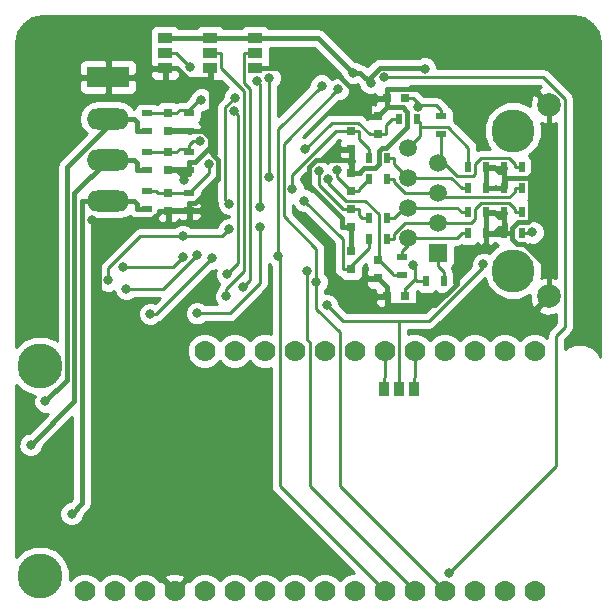
<source format=gbl>
G04 #@! TF.GenerationSoftware,KiCad,Pcbnew,(2017-06-19 revision 6733101c6)-makepkg*
G04 #@! TF.CreationDate,2017-08-21T23:10:13+09:30*
G04 #@! TF.ProjectId,ATM90E3x_fw,41544D39304533785F66772E6B696361,rev?*
G04 #@! TF.SameCoordinates,Original
G04 #@! TF.FileFunction,Copper,L2,Bot,Signal*
G04 #@! TF.FilePolarity,Positive*
%FSLAX46Y46*%
G04 Gerber Fmt 4.6, Leading zero omitted, Abs format (unit mm)*
G04 Created by KiCad (PCBNEW (2017-06-19 revision 6733101c6)-makepkg) date 08/21/17 23:10:13*
%MOMM*%
%LPD*%
G01*
G04 APERTURE LIST*
%ADD10C,0.100000*%
%ADD11O,3.600000X1.800000*%
%ADD12R,3.600000X1.800000*%
%ADD13R,1.270000X0.970000*%
%ADD14C,2.000000*%
%ADD15C,3.650000*%
%ADD16R,1.500000X1.500000*%
%ADD17C,1.500000*%
%ADD18R,0.500000X0.900000*%
%ADD19R,0.970000X1.270000*%
%ADD20C,1.778000*%
%ADD21C,3.810000*%
%ADD22R,0.750000X0.800000*%
%ADD23R,0.800000X0.750000*%
%ADD24R,0.900000X0.500000*%
%ADD25C,0.800000*%
%ADD26C,0.250000*%
%ADD27C,0.400000*%
%ADD28C,0.254000*%
G04 APERTURE END LIST*
D10*
D11*
X115316000Y-57236000D03*
X115316000Y-53736000D03*
X115316000Y-50236000D03*
D12*
X115316000Y-46736000D03*
D13*
X120142000Y-45974000D03*
X120142000Y-44704000D03*
X120142000Y-43434000D03*
X127762000Y-45974000D03*
X127762000Y-44704000D03*
X127762000Y-43434000D03*
X123952000Y-45974000D03*
X123952000Y-44704000D03*
X123952000Y-43434000D03*
D14*
X152656000Y-65279000D03*
X152656000Y-49089000D03*
D15*
X149606000Y-51249000D03*
X149606000Y-63119000D03*
D16*
X143256000Y-61629000D03*
D17*
X140716000Y-60359000D03*
X143256000Y-59089000D03*
X140716000Y-57819000D03*
X143256000Y-56549000D03*
X140716000Y-55279000D03*
X143256000Y-54009000D03*
X140716000Y-52739000D03*
D18*
X137426000Y-55372000D03*
X138926000Y-55372000D03*
D19*
X138684000Y-73152000D03*
X139954000Y-73152000D03*
X141224000Y-73152000D03*
D20*
X113335000Y-90220800D03*
X115875000Y-90220800D03*
X118415000Y-90220800D03*
X120955000Y-90220800D03*
X123495000Y-90220800D03*
X126035000Y-90220800D03*
X128575000Y-90220800D03*
X131115000Y-90220800D03*
X133655000Y-90220800D03*
X136195000Y-90220800D03*
X138735000Y-90220800D03*
X141275000Y-90220800D03*
X143815000Y-90220800D03*
X146355000Y-90220800D03*
X148895000Y-90220800D03*
X151435000Y-90220800D03*
X151435000Y-69900800D03*
X148895000Y-69900800D03*
X146355000Y-69900800D03*
X143815000Y-69900800D03*
X141275000Y-69900800D03*
X138735000Y-69900800D03*
X136195000Y-69900800D03*
X133655000Y-69900800D03*
X131115000Y-69900800D03*
X128575000Y-69900800D03*
X126035000Y-69900800D03*
X123495000Y-69900800D03*
D21*
X109525000Y-71170800D03*
X109525000Y-88950800D03*
D22*
X120396000Y-49784000D03*
X120396000Y-51284000D03*
D23*
X140450000Y-48514000D03*
X138950000Y-48514000D03*
D22*
X138176000Y-63742000D03*
X138176000Y-62242000D03*
D23*
X140450000Y-65278000D03*
X138950000Y-65278000D03*
D22*
X135890000Y-56376000D03*
X135890000Y-54876000D03*
X135890000Y-52820000D03*
X135890000Y-51320000D03*
X120396000Y-56539000D03*
X120396000Y-58039000D03*
X120396000Y-53086000D03*
X120396000Y-54586000D03*
X135890000Y-62980000D03*
X135890000Y-61480000D03*
X135890000Y-59424000D03*
X135890000Y-57924000D03*
X138176000Y-50050000D03*
X138176000Y-51550000D03*
D18*
X137426000Y-60452000D03*
X138926000Y-60452000D03*
X137426000Y-58674000D03*
X138926000Y-58674000D03*
X139966000Y-50292000D03*
X141466000Y-50292000D03*
D24*
X118618000Y-51284000D03*
X118618000Y-49784000D03*
X122174000Y-49784000D03*
X122174000Y-51284000D03*
D18*
X145820000Y-54356000D03*
X147320000Y-54356000D03*
D24*
X143510000Y-50050000D03*
X143510000Y-51550000D03*
D18*
X148844000Y-54356000D03*
X150344000Y-54356000D03*
D24*
X118618000Y-57900000D03*
X118618000Y-56400000D03*
D18*
X145820000Y-58166000D03*
X147320000Y-58166000D03*
D24*
X122174000Y-56515000D03*
X122174000Y-58015000D03*
X118618000Y-54586000D03*
X118618000Y-53086000D03*
X122174000Y-53086000D03*
X122174000Y-54586000D03*
D18*
X148844000Y-58166000D03*
X150344000Y-58166000D03*
X137426000Y-53594000D03*
X138926000Y-53594000D03*
X148868000Y-59944000D03*
X150368000Y-59944000D03*
X145820000Y-59944000D03*
X147320000Y-59944000D03*
X148868000Y-56134000D03*
X150368000Y-56134000D03*
X145820000Y-56134000D03*
X147320000Y-56134000D03*
X142252000Y-64008000D03*
X143752000Y-64008000D03*
D24*
X140208000Y-63488000D03*
X140208000Y-61988000D03*
D25*
X116581900Y-62778600D03*
X121641300Y-61915000D03*
X108771600Y-77851000D03*
X110022500Y-74179400D03*
X112236000Y-83681500D03*
X132201500Y-63147900D03*
X144188700Y-88708600D03*
X138707500Y-46734300D03*
X132959600Y-64063300D03*
X134807400Y-47751100D03*
X129738200Y-61884100D03*
X133394300Y-47445400D03*
X133838600Y-66011100D03*
X147075300Y-62562300D03*
X122854400Y-61809800D03*
X116856700Y-64654800D03*
X121635200Y-60211500D03*
X125562600Y-59577100D03*
X115347200Y-63929500D03*
X151241900Y-59866700D03*
X141124600Y-62639500D03*
X121761300Y-55454800D03*
X113958500Y-58832300D03*
X133967400Y-55335300D03*
X130921800Y-56177100D03*
X131924700Y-57178600D03*
X133148100Y-54683700D03*
X141592300Y-49234600D03*
X131969500Y-52844100D03*
X134704800Y-54617200D03*
X126724300Y-64531000D03*
X125396600Y-63430700D03*
X125981600Y-49561600D03*
X122267100Y-45847100D03*
X125316600Y-65298400D03*
X122853500Y-66716700D03*
X128163300Y-59422700D03*
X124113800Y-62067200D03*
X118892700Y-66774300D03*
X128185900Y-57750200D03*
X127937700Y-47087700D03*
X128975700Y-46790700D03*
X128975700Y-55218900D03*
X125589400Y-57430900D03*
X126054600Y-48462900D03*
X123838100Y-54050000D03*
X123100600Y-52169200D03*
X123224400Y-48635000D03*
X136051800Y-46366000D03*
X137548100Y-47223800D03*
X142123700Y-46001900D03*
D26*
X120777700Y-62778600D02*
X116581900Y-62778600D01*
X121641300Y-61915000D02*
X120777700Y-62778600D01*
D27*
X112473900Y-74148700D02*
X108771600Y-77851000D01*
X112473900Y-56578100D02*
X112473900Y-74148700D01*
X115316000Y-53736000D02*
X112473900Y-56578100D01*
X117767700Y-53987400D02*
X117516300Y-53736000D01*
X117767700Y-54586000D02*
X117767700Y-53987400D01*
X115316000Y-53736000D02*
X117516300Y-53736000D01*
X118618000Y-54586000D02*
X117767700Y-54586000D01*
X117767700Y-50487400D02*
X117516300Y-50236000D01*
X117767700Y-51284000D02*
X117767700Y-50487400D01*
X118618000Y-51284000D02*
X117767700Y-51284000D01*
X115316000Y-50236000D02*
X115908800Y-50236000D01*
X115908800Y-50236000D02*
X117516300Y-50236000D01*
X111830500Y-72371400D02*
X110022500Y-74179400D01*
X111830500Y-54314300D02*
X111830500Y-72371400D01*
X115908800Y-50236000D02*
X111830500Y-54314300D01*
X113115700Y-82801800D02*
X112236000Y-83681500D01*
X113115700Y-57236000D02*
X113115700Y-82801800D01*
X115316000Y-57236000D02*
X113115700Y-57236000D01*
X117767700Y-57487400D02*
X117516300Y-57236000D01*
X117767700Y-57900000D02*
X117767700Y-57487400D01*
X115316000Y-57236000D02*
X117516300Y-57236000D01*
X118618000Y-57900000D02*
X117767700Y-57900000D01*
D26*
X138735000Y-72140700D02*
X138684000Y-72191700D01*
X138735000Y-69900800D02*
X138735000Y-72140700D01*
X138684000Y-73152000D02*
X138684000Y-72191700D01*
X132384900Y-81330700D02*
X141275000Y-90220800D01*
X132384900Y-69192500D02*
X132384900Y-81330700D01*
X132201500Y-69009100D02*
X132384900Y-69192500D01*
X132201500Y-63147900D02*
X132201500Y-69009100D01*
X152179900Y-46734300D02*
X138707500Y-46734300D01*
X154001200Y-48555600D02*
X152179900Y-46734300D01*
X154001200Y-67882500D02*
X154001200Y-48555600D01*
X153253300Y-68630400D02*
X154001200Y-67882500D01*
X153253300Y-79644000D02*
X153253300Y-68630400D01*
X144188700Y-88708600D02*
X153253300Y-79644000D01*
X134925000Y-81330800D02*
X143815000Y-90220800D01*
X134925000Y-68291800D02*
X134925000Y-81330800D01*
X132959600Y-66326400D02*
X134925000Y-68291800D01*
X132959600Y-64063300D02*
X132959600Y-66326400D01*
X132959600Y-61281300D02*
X132959600Y-64063300D01*
X130188500Y-58510200D02*
X132959600Y-61281300D01*
X130188500Y-52370000D02*
X130188500Y-58510200D01*
X134807400Y-47751100D02*
X130188500Y-52370000D01*
X129845100Y-81330900D02*
X138735000Y-90220800D01*
X129845100Y-61991000D02*
X129845100Y-81330900D01*
X129738200Y-61884100D02*
X129845100Y-61991000D01*
X129738200Y-51101500D02*
X129738200Y-61884100D01*
X133394300Y-47445400D02*
X129738200Y-51101500D01*
X147075300Y-62790100D02*
X147075300Y-62562300D01*
X142499500Y-67365900D02*
X147075300Y-62790100D01*
X139954000Y-67365900D02*
X142499500Y-67365900D01*
X135193400Y-67365900D02*
X139954000Y-67365900D01*
X133838600Y-66011100D02*
X135193400Y-67365900D01*
X139954000Y-67365900D02*
X139954000Y-73152000D01*
X120009400Y-64654800D02*
X116856700Y-64654800D01*
X122854400Y-61809800D02*
X120009400Y-64654800D01*
X124928200Y-60211500D02*
X121635200Y-60211500D01*
X125562600Y-59577100D02*
X124928200Y-60211500D01*
X115347200Y-62900400D02*
X115347200Y-63929500D01*
X118036100Y-60211500D02*
X115347200Y-62900400D01*
X121635200Y-60211500D02*
X118036100Y-60211500D01*
X143752000Y-63200300D02*
X143752000Y-64008000D01*
X143256000Y-62704300D02*
X143752000Y-63200300D01*
X143256000Y-61629000D02*
X143256000Y-62704300D01*
X151020600Y-59866700D02*
X150943300Y-59944000D01*
X151241900Y-59866700D02*
X151020600Y-59866700D01*
X150368000Y-59944000D02*
X150943300Y-59944000D01*
X142252000Y-64008000D02*
X141676700Y-64008000D01*
X140450000Y-65278000D02*
X140450000Y-64577700D01*
X141483100Y-64008000D02*
X141289400Y-63814300D01*
X141676700Y-64008000D02*
X141483100Y-64008000D01*
X140526000Y-64577700D02*
X140450000Y-64577700D01*
X141289400Y-63814300D02*
X140526000Y-64577700D01*
X141289400Y-62804300D02*
X141124600Y-62639500D01*
X141289400Y-63814300D02*
X141289400Y-62804300D01*
D27*
X115316000Y-46736000D02*
X117516300Y-46736000D01*
X122174000Y-51284000D02*
X120396000Y-51284000D01*
X122174000Y-51284000D02*
X123024300Y-51284000D01*
X127762000Y-45974000D02*
X128797300Y-45974000D01*
X148844000Y-58166000D02*
X148844000Y-58591100D01*
X147320000Y-58166000D02*
X147970300Y-58166000D01*
X148868000Y-56134000D02*
X148217700Y-56134000D01*
X148868000Y-56134000D02*
X148868000Y-55283700D01*
X148844000Y-54356000D02*
X148844000Y-54781100D01*
X148844000Y-54781100D02*
X148844000Y-55206300D01*
X148395400Y-54781100D02*
X147970300Y-54356000D01*
X148844000Y-54781100D02*
X148395400Y-54781100D01*
X147320000Y-54356000D02*
X147970300Y-54356000D01*
X138950000Y-65278000D02*
X138950000Y-64502700D01*
X138950000Y-65278000D02*
X138950000Y-66053300D01*
X147320000Y-59944000D02*
X147320000Y-60794300D01*
X148395400Y-58591100D02*
X147970300Y-58166000D01*
X148844000Y-58591100D02*
X148395400Y-58591100D01*
X148844000Y-59069700D02*
X148868000Y-59093700D01*
X148844000Y-58591100D02*
X148844000Y-59069700D01*
X121299700Y-58039000D02*
X121323700Y-58015000D01*
X120396000Y-58039000D02*
X121299700Y-58039000D01*
X122174000Y-58015000D02*
X121323700Y-58015000D01*
X122174000Y-58015000D02*
X122174000Y-57364700D01*
X138176000Y-50050000D02*
X137400700Y-50050000D01*
X148868000Y-59944000D02*
X148868000Y-59518800D01*
X148868000Y-59518800D02*
X148868000Y-59093700D01*
X148395500Y-59518800D02*
X147970300Y-59944000D01*
X148868000Y-59518800D02*
X148395500Y-59518800D01*
X147320000Y-59944000D02*
X147970300Y-59944000D01*
X120396000Y-58039000D02*
X119620700Y-58039000D01*
X151305700Y-47738700D02*
X138950000Y-47738700D01*
X152656000Y-49089000D02*
X151305700Y-47738700D01*
X134162100Y-45974000D02*
X128797300Y-45974000D01*
X137400700Y-49212600D02*
X134162100Y-45974000D01*
X137400700Y-50050000D02*
X137400700Y-49212600D01*
X122174000Y-54586000D02*
X122174000Y-54911100D01*
X120396000Y-54586000D02*
X121171300Y-54586000D01*
X138950000Y-48126300D02*
X138950000Y-47738700D01*
X135890000Y-54876000D02*
X136665300Y-54876000D01*
X143042500Y-66053300D02*
X138950000Y-66053300D01*
X144838100Y-64257700D02*
X143042500Y-66053300D01*
X144838100Y-63276200D02*
X144838100Y-64257700D01*
X147320000Y-60794300D02*
X144838100Y-63276200D01*
X147320000Y-56134000D02*
X148217700Y-56134000D01*
X138936700Y-64502700D02*
X138176000Y-63742000D01*
X138950000Y-64502700D02*
X138936700Y-64502700D01*
X135890000Y-59424000D02*
X135114700Y-59424000D01*
X135890000Y-54876000D02*
X135890000Y-54075700D01*
X135890000Y-52820000D02*
X135890000Y-53620300D01*
X122174000Y-54586000D02*
X122174000Y-53935700D01*
X124648800Y-53719800D02*
X123767400Y-52838400D01*
X124648800Y-55377600D02*
X124648800Y-53719800D01*
X122661700Y-57364700D02*
X124648800Y-55377600D01*
X122174000Y-57364700D02*
X122661700Y-57364700D01*
X122670100Y-53935700D02*
X122174000Y-53935700D01*
X123767400Y-52838400D02*
X122670100Y-53935700D01*
X121761300Y-54911100D02*
X121761300Y-55454800D01*
X122174000Y-54911100D02*
X121761300Y-54911100D01*
X121496400Y-54911100D02*
X121171300Y-54586000D01*
X121761300Y-54911100D02*
X121496400Y-54911100D01*
X135114700Y-58648700D02*
X135114700Y-59424000D01*
X132321700Y-55855700D02*
X135114700Y-58648700D01*
X132321700Y-54373800D02*
X132321700Y-55855700D01*
X132949300Y-53746200D02*
X132321700Y-54373800D01*
X135845600Y-53746200D02*
X132949300Y-53746200D01*
X135845600Y-53664700D02*
X135845600Y-53746200D01*
X135890000Y-53620300D02*
X135845600Y-53664700D01*
X135845600Y-54031300D02*
X135890000Y-54075700D01*
X135845600Y-53746200D02*
X135845600Y-54031300D01*
X124060700Y-46968000D02*
X123952000Y-46859300D01*
X124060700Y-50570500D02*
X124060700Y-46968000D01*
X123347200Y-51284000D02*
X124060700Y-50570500D01*
X123024300Y-51284000D02*
X123347200Y-51284000D01*
X123909200Y-52696600D02*
X123767400Y-52838400D01*
X123909200Y-51846000D02*
X123909200Y-52696600D01*
X123347200Y-51284000D02*
X123909200Y-51846000D01*
X123952000Y-45974000D02*
X123952000Y-46858400D01*
X123952000Y-46858400D02*
X123952000Y-46859300D01*
X118278300Y-45974000D02*
X120142000Y-45974000D01*
X117516300Y-46736000D02*
X118278300Y-45974000D01*
X122061700Y-46858400D02*
X123952000Y-46858400D01*
X121177300Y-45974000D02*
X122061700Y-46858400D01*
X120142000Y-45974000D02*
X121177300Y-45974000D01*
X115767900Y-60641700D02*
X113958500Y-58832300D01*
X114546900Y-61862700D02*
X115767900Y-60641700D01*
X114546900Y-83812700D02*
X114546900Y-61862700D01*
X120955000Y-90220800D02*
X114546900Y-83812700D01*
X119620700Y-58219000D02*
X119620700Y-58039000D01*
X119081200Y-58758500D02*
X119620700Y-58219000D01*
X117651100Y-58758500D02*
X119081200Y-58758500D01*
X115767900Y-60641700D02*
X117651100Y-58758500D01*
X138936700Y-49289300D02*
X138176000Y-50050000D01*
X138950000Y-49289300D02*
X138936700Y-49289300D01*
X138950000Y-48514000D02*
X138950000Y-49289300D01*
X138950000Y-48514000D02*
X138950000Y-48126300D01*
X136665300Y-54768000D02*
X136665300Y-54876000D01*
X136988900Y-54444400D02*
X136665300Y-54768000D01*
X137900700Y-54444400D02*
X136988900Y-54444400D01*
X138275600Y-54069500D02*
X137900700Y-54444400D01*
X138275600Y-52978300D02*
X138275600Y-54069500D01*
X138510200Y-52743700D02*
X138275600Y-52978300D01*
X138824400Y-52743700D02*
X138510200Y-52743700D01*
X140616400Y-50951700D02*
X138824400Y-52743700D01*
X140616400Y-49655100D02*
X140616400Y-50951700D01*
X140250600Y-49289300D02*
X140616400Y-49655100D01*
X138950000Y-49289300D02*
X140250600Y-49289300D01*
X135890000Y-59424000D02*
X135890000Y-61480000D01*
X149518300Y-60431700D02*
X149518300Y-59944000D01*
X149980200Y-60893600D02*
X149518300Y-60431700D01*
X150548500Y-60893600D02*
X149980200Y-60893600D01*
X152656000Y-63001100D02*
X150548500Y-60893600D01*
X152656000Y-65279000D02*
X152656000Y-63001100D01*
X148868000Y-59944000D02*
X149518300Y-59944000D01*
X148868000Y-55283700D02*
X148868000Y-55230300D01*
X148868000Y-55230300D02*
X148844000Y-55206300D01*
X148868000Y-55230300D02*
X150843300Y-55230300D01*
X152656000Y-53417600D02*
X152656000Y-49089000D01*
X150843300Y-55230300D02*
X152656000Y-53417600D01*
X149518300Y-59488800D02*
X149518300Y-59944000D01*
X149990700Y-59016400D02*
X149518300Y-59488800D01*
X150842500Y-59016400D02*
X149990700Y-59016400D01*
X151051900Y-58807000D02*
X150842500Y-59016400D01*
X151051900Y-55438900D02*
X151051900Y-58807000D01*
X150843300Y-55230300D02*
X151051900Y-55438900D01*
D26*
X139501300Y-60020500D02*
X139501300Y-60452000D01*
X140432800Y-59089000D02*
X139501300Y-60020500D01*
X143256000Y-59089000D02*
X140432800Y-59089000D01*
X138926000Y-60452000D02*
X139501300Y-60452000D01*
X146057100Y-59089000D02*
X143256000Y-59089000D01*
X146395300Y-58750800D02*
X146057100Y-59089000D01*
X146395300Y-57915400D02*
X146395300Y-58750800D01*
X146920100Y-57390600D02*
X146395300Y-57915400D01*
X149280900Y-57390600D02*
X146920100Y-57390600D01*
X149768700Y-57878400D02*
X149280900Y-57390600D01*
X149768700Y-58166000D02*
X149768700Y-57878400D01*
X150344000Y-58166000D02*
X149768700Y-58166000D01*
X138176000Y-62242000D02*
X138263300Y-62242000D01*
X140208000Y-63488000D02*
X139432700Y-63488000D01*
X139432700Y-63411400D02*
X139432700Y-63488000D01*
X138263300Y-62242000D02*
X139432700Y-63411400D01*
X138263300Y-58351200D02*
X138263300Y-62242000D01*
X137110700Y-57198600D02*
X138263300Y-58351200D01*
X135451500Y-57198600D02*
X137110700Y-57198600D01*
X133967400Y-55714500D02*
X135451500Y-57198600D01*
X133967400Y-55335300D02*
X133967400Y-55714500D01*
X140208000Y-61988000D02*
X140208000Y-61412700D01*
X140716000Y-60904700D02*
X140716000Y-60359000D01*
X140208000Y-61412700D02*
X140716000Y-60904700D01*
X145820000Y-59944000D02*
X145244700Y-59944000D01*
X144829700Y-60359000D02*
X145244700Y-59944000D01*
X140716000Y-60359000D02*
X144829700Y-60359000D01*
X139501300Y-54064300D02*
X139501300Y-53594000D01*
X140716000Y-55279000D02*
X139501300Y-54064300D01*
X138926000Y-53594000D02*
X139501300Y-53594000D01*
X144389700Y-55279000D02*
X140716000Y-55279000D01*
X145244700Y-56134000D02*
X144389700Y-55279000D01*
X145820000Y-56134000D02*
X145244700Y-56134000D01*
X150368000Y-56134000D02*
X149792700Y-56134000D01*
X143616400Y-56909400D02*
X143256000Y-56549000D01*
X149304900Y-56909400D02*
X143616400Y-56909400D01*
X149792700Y-56421600D02*
X149304900Y-56909400D01*
X149792700Y-56134000D02*
X149792700Y-56421600D01*
X139501300Y-55587700D02*
X139501300Y-55372000D01*
X140462600Y-56549000D02*
X139501300Y-55587700D01*
X143256000Y-56549000D02*
X140462600Y-56549000D01*
X138926000Y-55372000D02*
X139501300Y-55372000D01*
X145820000Y-58166000D02*
X145244700Y-58166000D01*
X144897700Y-57819000D02*
X140716000Y-57819000D01*
X145244700Y-58166000D02*
X144897700Y-57819000D01*
X140356300Y-57819000D02*
X139501300Y-58674000D01*
X140716000Y-57819000D02*
X140356300Y-57819000D01*
X138926000Y-58674000D02*
X139501300Y-58674000D01*
X137426000Y-53594000D02*
X137426000Y-52818700D01*
X135890000Y-51320000D02*
X136590300Y-51320000D01*
X136590300Y-51983000D02*
X136590300Y-51320000D01*
X137426000Y-52818700D02*
X136590300Y-51983000D01*
X130921800Y-54993900D02*
X130921800Y-56177100D01*
X134595700Y-51320000D02*
X130921800Y-54993900D01*
X135890000Y-51320000D02*
X134595700Y-51320000D01*
X143510000Y-51550000D02*
X143510000Y-52125300D01*
X143256000Y-54009000D02*
X143510000Y-53755000D01*
X143510000Y-53755000D02*
X143510000Y-52125300D01*
X150344000Y-54356000D02*
X149768700Y-54356000D01*
X144886400Y-55131400D02*
X143510000Y-53755000D01*
X146204700Y-55131400D02*
X144886400Y-55131400D01*
X146395300Y-54940800D02*
X146204700Y-55131400D01*
X146395300Y-54105400D02*
X146395300Y-54940800D01*
X146920100Y-53580600D02*
X146395300Y-54105400D01*
X149280900Y-53580600D02*
X146920100Y-53580600D01*
X149768700Y-54068400D02*
X149280900Y-53580600D01*
X149768700Y-54356000D02*
X149768700Y-54068400D01*
X141753700Y-50579700D02*
X141753700Y-50974600D01*
X141466000Y-50292000D02*
X141753700Y-50579700D01*
X141753700Y-51701300D02*
X140716000Y-52739000D01*
X141753700Y-50974600D02*
X141753700Y-51701300D01*
X145819900Y-53580700D02*
X145820000Y-53580700D01*
X145819900Y-52693900D02*
X145819900Y-53580700D01*
X144100600Y-50974600D02*
X145819900Y-52693900D01*
X141753700Y-50974600D02*
X144100600Y-50974600D01*
X145820000Y-54356000D02*
X145820000Y-53580700D01*
X135189700Y-60443600D02*
X131924700Y-57178600D01*
X135189700Y-62980000D02*
X135189700Y-60443600D01*
X135890000Y-62980000D02*
X135539900Y-62980000D01*
X135539900Y-62980000D02*
X135189700Y-62980000D01*
X135673300Y-62980000D02*
X137426000Y-61227300D01*
X135539900Y-62980000D02*
X135673300Y-62980000D01*
X137426000Y-60452000D02*
X137426000Y-61227300D01*
X136590300Y-58413600D02*
X136850700Y-58674000D01*
X136590300Y-57924000D02*
X136590300Y-58413600D01*
X137426000Y-58674000D02*
X136850700Y-58674000D01*
X135890000Y-57924000D02*
X136590300Y-57924000D01*
X135890000Y-57924000D02*
X135189700Y-57924000D01*
X133148100Y-55882400D02*
X133148100Y-54683700D01*
X135189700Y-57924000D02*
X133148100Y-55882400D01*
X140450000Y-48514000D02*
X141175300Y-48514000D01*
X143510000Y-50050000D02*
X143510000Y-49474700D01*
X143123700Y-49088400D02*
X143510000Y-49474700D01*
X141738500Y-49088400D02*
X143123700Y-49088400D01*
X141592300Y-49234600D02*
X141738500Y-49088400D01*
X141738500Y-49077200D02*
X141175300Y-48514000D01*
X141738500Y-49088400D02*
X141738500Y-49077200D01*
X138876300Y-50806400D02*
X139390700Y-50292000D01*
X138876300Y-51550000D02*
X138876300Y-50806400D01*
X138176000Y-51550000D02*
X138876300Y-51550000D01*
X139966000Y-50292000D02*
X139390700Y-50292000D01*
X136501100Y-50575400D02*
X137475700Y-51550000D01*
X134238200Y-50575400D02*
X136501100Y-50575400D01*
X131969500Y-52844100D02*
X134238200Y-50575400D01*
X138176000Y-51550000D02*
X137475700Y-51550000D01*
X134704800Y-55190800D02*
X135890000Y-56376000D01*
X134704800Y-54617200D02*
X134704800Y-55190800D01*
X136590300Y-56207700D02*
X137426000Y-55372000D01*
X136590300Y-56376000D02*
X136590300Y-56207700D01*
X135890000Y-56376000D02*
X136590300Y-56376000D01*
X127762000Y-44704000D02*
X126801700Y-44704000D01*
X126801700Y-47203600D02*
X126801700Y-44704000D01*
X127314100Y-47716000D02*
X126801700Y-47203600D01*
X127314100Y-63941200D02*
X127314100Y-47716000D01*
X126724300Y-64531000D02*
X127314100Y-63941200D01*
X126359400Y-49939400D02*
X125981600Y-49561600D01*
X126359400Y-62467900D02*
X126359400Y-49939400D01*
X125396600Y-63430700D02*
X126359400Y-62467900D01*
X120142000Y-44704000D02*
X121102300Y-44704000D01*
X122245400Y-45847100D02*
X122267100Y-45847100D01*
X121102300Y-44704000D02*
X122245400Y-45847100D01*
X123952000Y-44704000D02*
X124912300Y-44704000D01*
X124912300Y-45951100D02*
X124912300Y-44704000D01*
X126863800Y-47902600D02*
X124912300Y-45951100D01*
X126863800Y-63114300D02*
X126863800Y-47902600D01*
X125316600Y-64661500D02*
X126863800Y-63114300D01*
X125316600Y-65298400D02*
X125316600Y-64661500D01*
X128163300Y-64158500D02*
X128163300Y-59422700D01*
X125605100Y-66716700D02*
X128163300Y-64158500D01*
X122853500Y-66716700D02*
X125605100Y-66716700D01*
X119406700Y-66774300D02*
X118892700Y-66774300D01*
X124113800Y-62067200D02*
X119406700Y-66774300D01*
X128185900Y-47335900D02*
X127937700Y-47087700D01*
X128185900Y-57750200D02*
X128185900Y-47335900D01*
X128975700Y-55218900D02*
X128975700Y-46790700D01*
X125256300Y-57097800D02*
X125589400Y-57430900D01*
X125256300Y-49261200D02*
X125256300Y-57097800D01*
X126054600Y-48462900D02*
X125256300Y-49261200D01*
X122174000Y-56515000D02*
X121398700Y-56515000D01*
X123838100Y-54850900D02*
X123838100Y-54050000D01*
X122174000Y-56515000D02*
X123838100Y-54850900D01*
X121374700Y-56539000D02*
X120396000Y-56539000D01*
X121398700Y-56515000D02*
X121374700Y-56539000D01*
X119532300Y-56539000D02*
X119393300Y-56400000D01*
X120396000Y-56539000D02*
X119532300Y-56539000D01*
X118618000Y-56400000D02*
X119393300Y-56400000D01*
X118618000Y-53086000D02*
X119393300Y-53086000D01*
X120396000Y-53086000D02*
X119393300Y-53086000D01*
X122515500Y-52169200D02*
X123100600Y-52169200D01*
X122174000Y-52510700D02*
X122515500Y-52169200D01*
X122174000Y-53086000D02*
X122174000Y-52798300D01*
X122174000Y-52798300D02*
X122174000Y-52510700D01*
X121384000Y-52798300D02*
X121096300Y-53086000D01*
X122174000Y-52798300D02*
X121384000Y-52798300D01*
X120396000Y-53086000D02*
X121096300Y-53086000D01*
X118618000Y-49784000D02*
X120396000Y-49784000D01*
X122174000Y-49784000D02*
X122174000Y-49496300D01*
X121384000Y-49496300D02*
X121096300Y-49784000D01*
X122174000Y-49496300D02*
X121384000Y-49496300D01*
X120396000Y-49784000D02*
X121096300Y-49784000D01*
X123035300Y-48635000D02*
X123224400Y-48635000D01*
X122174000Y-49496300D02*
X123035300Y-48635000D01*
X141275000Y-72140700D02*
X141224000Y-72191700D01*
X141275000Y-69900800D02*
X141275000Y-72140700D01*
X141224000Y-73152000D02*
X141224000Y-72191700D01*
D27*
X123952000Y-43434000D02*
X124987300Y-43434000D01*
X122916700Y-43434000D02*
X121177300Y-43434000D01*
X123952000Y-43434000D02*
X122916700Y-43434000D01*
X120142000Y-43434000D02*
X121177300Y-43434000D01*
X126726700Y-43434000D02*
X124987300Y-43434000D01*
X127244400Y-43434000D02*
X126726700Y-43434000D01*
X127244400Y-43434000D02*
X127762000Y-43434000D01*
X133119800Y-43434000D02*
X136051800Y-46366000D01*
X127762000Y-43434000D02*
X133119800Y-43434000D01*
X136690300Y-46366000D02*
X137548100Y-47223800D01*
X136051800Y-46366000D02*
X136690300Y-46366000D01*
X142037300Y-45915500D02*
X142123700Y-46001900D01*
X138327900Y-45915500D02*
X142037300Y-45915500D01*
X137548100Y-46695300D02*
X138327900Y-45915500D01*
X137548100Y-47223800D02*
X137548100Y-46695300D01*
D28*
G36*
X124496300Y-57097800D02*
X124554152Y-57388639D01*
X124554436Y-57389064D01*
X124554221Y-57635871D01*
X124711458Y-58016415D01*
X125002354Y-58307819D01*
X125382623Y-58465720D01*
X125599400Y-58465909D01*
X125599400Y-58542132D01*
X125357629Y-58541921D01*
X124977085Y-58699158D01*
X124685681Y-58990054D01*
X124527780Y-59370323D01*
X124527709Y-59451500D01*
X122338961Y-59451500D01*
X122222246Y-59334581D01*
X121841977Y-59176680D01*
X121430229Y-59176321D01*
X121049685Y-59333558D01*
X120931537Y-59451500D01*
X118036100Y-59451500D01*
X117745261Y-59509352D01*
X117498699Y-59674099D01*
X114809799Y-62362999D01*
X114645052Y-62609561D01*
X114587200Y-62900400D01*
X114587200Y-63225739D01*
X114470281Y-63342454D01*
X114312380Y-63722723D01*
X114312021Y-64134471D01*
X114469258Y-64515015D01*
X114760154Y-64806419D01*
X115140423Y-64964320D01*
X115552171Y-64964679D01*
X115821527Y-64853384D01*
X115821521Y-64859771D01*
X115978758Y-65240315D01*
X116269654Y-65531719D01*
X116649923Y-65689620D01*
X117061671Y-65689979D01*
X117442215Y-65532742D01*
X117560363Y-65414800D01*
X119691398Y-65414800D01*
X119288309Y-65817889D01*
X119099477Y-65739480D01*
X118687729Y-65739121D01*
X118307185Y-65896358D01*
X118015781Y-66187254D01*
X117857880Y-66567523D01*
X117857521Y-66979271D01*
X118014758Y-67359815D01*
X118305654Y-67651219D01*
X118685923Y-67809120D01*
X119097671Y-67809479D01*
X119478215Y-67652242D01*
X119643560Y-67487185D01*
X119697539Y-67476448D01*
X119944101Y-67311701D01*
X124153567Y-63102235D01*
X124318771Y-63102379D01*
X124431609Y-63055755D01*
X124361780Y-63223923D01*
X124361421Y-63635671D01*
X124518658Y-64016215D01*
X124717914Y-64215819D01*
X124614452Y-64370661D01*
X124573195Y-64578073D01*
X124439681Y-64711354D01*
X124281780Y-65091623D01*
X124281421Y-65503371D01*
X124438658Y-65883915D01*
X124511316Y-65956700D01*
X123557261Y-65956700D01*
X123440546Y-65839781D01*
X123060277Y-65681880D01*
X122648529Y-65681521D01*
X122267985Y-65838758D01*
X121976581Y-66129654D01*
X121818680Y-66509923D01*
X121818321Y-66921671D01*
X121975558Y-67302215D01*
X122266454Y-67593619D01*
X122646723Y-67751520D01*
X123058471Y-67751879D01*
X123439015Y-67594642D01*
X123557163Y-67476700D01*
X125605100Y-67476700D01*
X125895939Y-67418848D01*
X126142501Y-67254101D01*
X128700701Y-64695901D01*
X128865448Y-64449339D01*
X128923300Y-64158500D01*
X128923300Y-62532767D01*
X129085100Y-62694850D01*
X129085100Y-68462449D01*
X128879472Y-68377065D01*
X128273188Y-68376536D01*
X127712851Y-68608062D01*
X127304664Y-69015537D01*
X126899404Y-68609569D01*
X126339472Y-68377065D01*
X125733188Y-68376536D01*
X125172851Y-68608062D01*
X124764664Y-69015537D01*
X124359404Y-68609569D01*
X123799472Y-68377065D01*
X123193188Y-68376536D01*
X122632851Y-68608062D01*
X122203769Y-69036396D01*
X121971265Y-69596328D01*
X121970736Y-70202612D01*
X122202262Y-70762949D01*
X122630596Y-71192031D01*
X123190528Y-71424535D01*
X123796812Y-71425064D01*
X124357149Y-71193538D01*
X124765336Y-70786063D01*
X125170596Y-71192031D01*
X125730528Y-71424535D01*
X126336812Y-71425064D01*
X126897149Y-71193538D01*
X127305336Y-70786063D01*
X127710596Y-71192031D01*
X128270528Y-71424535D01*
X128876812Y-71425064D01*
X129085100Y-71339001D01*
X129085100Y-81330900D01*
X129142952Y-81621739D01*
X129307699Y-81868301D01*
X136136146Y-88696748D01*
X135893188Y-88696536D01*
X135332851Y-88928062D01*
X134924664Y-89335537D01*
X134519404Y-88929569D01*
X133959472Y-88697065D01*
X133353188Y-88696536D01*
X132792851Y-88928062D01*
X132384664Y-89335537D01*
X131979404Y-88929569D01*
X131419472Y-88697065D01*
X130813188Y-88696536D01*
X130252851Y-88928062D01*
X129844664Y-89335537D01*
X129439404Y-88929569D01*
X128879472Y-88697065D01*
X128273188Y-88696536D01*
X127712851Y-88928062D01*
X127304664Y-89335537D01*
X126899404Y-88929569D01*
X126339472Y-88697065D01*
X125733188Y-88696536D01*
X125172851Y-88928062D01*
X124764664Y-89335537D01*
X124359404Y-88929569D01*
X123799472Y-88697065D01*
X123193188Y-88696536D01*
X122632851Y-88928062D01*
X122203769Y-89356396D01*
X122192595Y-89383306D01*
X122027196Y-89328209D01*
X121134605Y-90220800D01*
X121148748Y-90234943D01*
X120969143Y-90414548D01*
X120955000Y-90400405D01*
X120940858Y-90414548D01*
X120761253Y-90234943D01*
X120775395Y-90220800D01*
X119882804Y-89328209D01*
X119717862Y-89383153D01*
X119707738Y-89358651D01*
X119498058Y-89148604D01*
X120062409Y-89148604D01*
X120955000Y-90041195D01*
X121847591Y-89148604D01*
X121762533Y-88893261D01*
X121193035Y-88685284D01*
X120587300Y-88711077D01*
X120147467Y-88893261D01*
X120062409Y-89148604D01*
X119498058Y-89148604D01*
X119279404Y-88929569D01*
X118719472Y-88697065D01*
X118113188Y-88696536D01*
X117552851Y-88928062D01*
X117144664Y-89335537D01*
X116739404Y-88929569D01*
X116179472Y-88697065D01*
X115573188Y-88696536D01*
X115012851Y-88928062D01*
X114604664Y-89335537D01*
X114199404Y-88929569D01*
X113639472Y-88697065D01*
X113033188Y-88696536D01*
X112472851Y-88928062D01*
X112064666Y-89335535D01*
X112065440Y-88447779D01*
X111679563Y-87513885D01*
X110965673Y-86798748D01*
X110032454Y-86411241D01*
X109021979Y-86410360D01*
X108088085Y-86796237D01*
X107539978Y-87343388D01*
X107539978Y-72777552D01*
X108084327Y-73322852D01*
X109017546Y-73710359D01*
X109096553Y-73710428D01*
X108987680Y-73972623D01*
X108987321Y-74384371D01*
X109144558Y-74764915D01*
X109435454Y-75056319D01*
X109815723Y-75214220D01*
X110227153Y-75214579D01*
X108625859Y-76815873D01*
X108566629Y-76815821D01*
X108186085Y-76973058D01*
X107894681Y-77263954D01*
X107736780Y-77644223D01*
X107736421Y-78055971D01*
X107893658Y-78436515D01*
X108184554Y-78727919D01*
X108564823Y-78885820D01*
X108976571Y-78886179D01*
X109357115Y-78728942D01*
X109648519Y-78438046D01*
X109806420Y-78057777D01*
X109806473Y-77996995D01*
X112280700Y-75522768D01*
X112280700Y-82455932D01*
X112090259Y-82646373D01*
X112031029Y-82646321D01*
X111650485Y-82803558D01*
X111359081Y-83094454D01*
X111201180Y-83474723D01*
X111200821Y-83886471D01*
X111358058Y-84267015D01*
X111648954Y-84558419D01*
X112029223Y-84716320D01*
X112440971Y-84716679D01*
X112821515Y-84559442D01*
X113112919Y-84268546D01*
X113270820Y-83888277D01*
X113270873Y-83827495D01*
X113706134Y-83392234D01*
X113887140Y-83121340D01*
X113950700Y-82801800D01*
X113950700Y-58687935D01*
X114368296Y-58771000D01*
X116263704Y-58771000D01*
X116851123Y-58654155D01*
X117152229Y-58452963D01*
X117177266Y-58490434D01*
X117448159Y-58671439D01*
X117767700Y-58735000D01*
X117900544Y-58735000D01*
X117920235Y-58748157D01*
X118168000Y-58797440D01*
X119068000Y-58797440D01*
X119315765Y-58748157D01*
X119430095Y-58671764D01*
X119482673Y-58798698D01*
X119661301Y-58977327D01*
X119894690Y-59074000D01*
X120110250Y-59074000D01*
X120269000Y-58915250D01*
X120269000Y-58166000D01*
X120523000Y-58166000D01*
X120523000Y-58915250D01*
X120681750Y-59074000D01*
X120897310Y-59074000D01*
X121130699Y-58977327D01*
X121309327Y-58798698D01*
X121324073Y-58763099D01*
X121364301Y-58803327D01*
X121597690Y-58900000D01*
X121888250Y-58900000D01*
X122047000Y-58741250D01*
X122047000Y-58140000D01*
X122301000Y-58140000D01*
X122301000Y-58741250D01*
X122459750Y-58900000D01*
X122750310Y-58900000D01*
X122983699Y-58803327D01*
X123162327Y-58624698D01*
X123259000Y-58391309D01*
X123259000Y-58298750D01*
X123100250Y-58140000D01*
X122301000Y-58140000D01*
X122047000Y-58140000D01*
X121247750Y-58140000D01*
X121221750Y-58166000D01*
X120523000Y-58166000D01*
X120269000Y-58166000D01*
X120249000Y-58166000D01*
X120249000Y-57912000D01*
X120269000Y-57912000D01*
X120269000Y-57892000D01*
X120523000Y-57892000D01*
X120523000Y-57912000D01*
X121247250Y-57912000D01*
X121269250Y-57890000D01*
X122047000Y-57890000D01*
X122047000Y-57868000D01*
X122301000Y-57868000D01*
X122301000Y-57890000D01*
X123100250Y-57890000D01*
X123259000Y-57731250D01*
X123259000Y-57638691D01*
X123162327Y-57405302D01*
X123020680Y-57263654D01*
X123081809Y-57222809D01*
X123222157Y-57012765D01*
X123271440Y-56765000D01*
X123271440Y-56492362D01*
X124375501Y-55388301D01*
X124496300Y-55207512D01*
X124496300Y-57097800D01*
X124496300Y-57097800D01*
G37*
X124496300Y-57097800D02*
X124554152Y-57388639D01*
X124554436Y-57389064D01*
X124554221Y-57635871D01*
X124711458Y-58016415D01*
X125002354Y-58307819D01*
X125382623Y-58465720D01*
X125599400Y-58465909D01*
X125599400Y-58542132D01*
X125357629Y-58541921D01*
X124977085Y-58699158D01*
X124685681Y-58990054D01*
X124527780Y-59370323D01*
X124527709Y-59451500D01*
X122338961Y-59451500D01*
X122222246Y-59334581D01*
X121841977Y-59176680D01*
X121430229Y-59176321D01*
X121049685Y-59333558D01*
X120931537Y-59451500D01*
X118036100Y-59451500D01*
X117745261Y-59509352D01*
X117498699Y-59674099D01*
X114809799Y-62362999D01*
X114645052Y-62609561D01*
X114587200Y-62900400D01*
X114587200Y-63225739D01*
X114470281Y-63342454D01*
X114312380Y-63722723D01*
X114312021Y-64134471D01*
X114469258Y-64515015D01*
X114760154Y-64806419D01*
X115140423Y-64964320D01*
X115552171Y-64964679D01*
X115821527Y-64853384D01*
X115821521Y-64859771D01*
X115978758Y-65240315D01*
X116269654Y-65531719D01*
X116649923Y-65689620D01*
X117061671Y-65689979D01*
X117442215Y-65532742D01*
X117560363Y-65414800D01*
X119691398Y-65414800D01*
X119288309Y-65817889D01*
X119099477Y-65739480D01*
X118687729Y-65739121D01*
X118307185Y-65896358D01*
X118015781Y-66187254D01*
X117857880Y-66567523D01*
X117857521Y-66979271D01*
X118014758Y-67359815D01*
X118305654Y-67651219D01*
X118685923Y-67809120D01*
X119097671Y-67809479D01*
X119478215Y-67652242D01*
X119643560Y-67487185D01*
X119697539Y-67476448D01*
X119944101Y-67311701D01*
X124153567Y-63102235D01*
X124318771Y-63102379D01*
X124431609Y-63055755D01*
X124361780Y-63223923D01*
X124361421Y-63635671D01*
X124518658Y-64016215D01*
X124717914Y-64215819D01*
X124614452Y-64370661D01*
X124573195Y-64578073D01*
X124439681Y-64711354D01*
X124281780Y-65091623D01*
X124281421Y-65503371D01*
X124438658Y-65883915D01*
X124511316Y-65956700D01*
X123557261Y-65956700D01*
X123440546Y-65839781D01*
X123060277Y-65681880D01*
X122648529Y-65681521D01*
X122267985Y-65838758D01*
X121976581Y-66129654D01*
X121818680Y-66509923D01*
X121818321Y-66921671D01*
X121975558Y-67302215D01*
X122266454Y-67593619D01*
X122646723Y-67751520D01*
X123058471Y-67751879D01*
X123439015Y-67594642D01*
X123557163Y-67476700D01*
X125605100Y-67476700D01*
X125895939Y-67418848D01*
X126142501Y-67254101D01*
X128700701Y-64695901D01*
X128865448Y-64449339D01*
X128923300Y-64158500D01*
X128923300Y-62532767D01*
X129085100Y-62694850D01*
X129085100Y-68462449D01*
X128879472Y-68377065D01*
X128273188Y-68376536D01*
X127712851Y-68608062D01*
X127304664Y-69015537D01*
X126899404Y-68609569D01*
X126339472Y-68377065D01*
X125733188Y-68376536D01*
X125172851Y-68608062D01*
X124764664Y-69015537D01*
X124359404Y-68609569D01*
X123799472Y-68377065D01*
X123193188Y-68376536D01*
X122632851Y-68608062D01*
X122203769Y-69036396D01*
X121971265Y-69596328D01*
X121970736Y-70202612D01*
X122202262Y-70762949D01*
X122630596Y-71192031D01*
X123190528Y-71424535D01*
X123796812Y-71425064D01*
X124357149Y-71193538D01*
X124765336Y-70786063D01*
X125170596Y-71192031D01*
X125730528Y-71424535D01*
X126336812Y-71425064D01*
X126897149Y-71193538D01*
X127305336Y-70786063D01*
X127710596Y-71192031D01*
X128270528Y-71424535D01*
X128876812Y-71425064D01*
X129085100Y-71339001D01*
X129085100Y-81330900D01*
X129142952Y-81621739D01*
X129307699Y-81868301D01*
X136136146Y-88696748D01*
X135893188Y-88696536D01*
X135332851Y-88928062D01*
X134924664Y-89335537D01*
X134519404Y-88929569D01*
X133959472Y-88697065D01*
X133353188Y-88696536D01*
X132792851Y-88928062D01*
X132384664Y-89335537D01*
X131979404Y-88929569D01*
X131419472Y-88697065D01*
X130813188Y-88696536D01*
X130252851Y-88928062D01*
X129844664Y-89335537D01*
X129439404Y-88929569D01*
X128879472Y-88697065D01*
X128273188Y-88696536D01*
X127712851Y-88928062D01*
X127304664Y-89335537D01*
X126899404Y-88929569D01*
X126339472Y-88697065D01*
X125733188Y-88696536D01*
X125172851Y-88928062D01*
X124764664Y-89335537D01*
X124359404Y-88929569D01*
X123799472Y-88697065D01*
X123193188Y-88696536D01*
X122632851Y-88928062D01*
X122203769Y-89356396D01*
X122192595Y-89383306D01*
X122027196Y-89328209D01*
X121134605Y-90220800D01*
X121148748Y-90234943D01*
X120969143Y-90414548D01*
X120955000Y-90400405D01*
X120940858Y-90414548D01*
X120761253Y-90234943D01*
X120775395Y-90220800D01*
X119882804Y-89328209D01*
X119717862Y-89383153D01*
X119707738Y-89358651D01*
X119498058Y-89148604D01*
X120062409Y-89148604D01*
X120955000Y-90041195D01*
X121847591Y-89148604D01*
X121762533Y-88893261D01*
X121193035Y-88685284D01*
X120587300Y-88711077D01*
X120147467Y-88893261D01*
X120062409Y-89148604D01*
X119498058Y-89148604D01*
X119279404Y-88929569D01*
X118719472Y-88697065D01*
X118113188Y-88696536D01*
X117552851Y-88928062D01*
X117144664Y-89335537D01*
X116739404Y-88929569D01*
X116179472Y-88697065D01*
X115573188Y-88696536D01*
X115012851Y-88928062D01*
X114604664Y-89335537D01*
X114199404Y-88929569D01*
X113639472Y-88697065D01*
X113033188Y-88696536D01*
X112472851Y-88928062D01*
X112064666Y-89335535D01*
X112065440Y-88447779D01*
X111679563Y-87513885D01*
X110965673Y-86798748D01*
X110032454Y-86411241D01*
X109021979Y-86410360D01*
X108088085Y-86796237D01*
X107539978Y-87343388D01*
X107539978Y-72777552D01*
X108084327Y-73322852D01*
X109017546Y-73710359D01*
X109096553Y-73710428D01*
X108987680Y-73972623D01*
X108987321Y-74384371D01*
X109144558Y-74764915D01*
X109435454Y-75056319D01*
X109815723Y-75214220D01*
X110227153Y-75214579D01*
X108625859Y-76815873D01*
X108566629Y-76815821D01*
X108186085Y-76973058D01*
X107894681Y-77263954D01*
X107736780Y-77644223D01*
X107736421Y-78055971D01*
X107893658Y-78436515D01*
X108184554Y-78727919D01*
X108564823Y-78885820D01*
X108976571Y-78886179D01*
X109357115Y-78728942D01*
X109648519Y-78438046D01*
X109806420Y-78057777D01*
X109806473Y-77996995D01*
X112280700Y-75522768D01*
X112280700Y-82455932D01*
X112090259Y-82646373D01*
X112031029Y-82646321D01*
X111650485Y-82803558D01*
X111359081Y-83094454D01*
X111201180Y-83474723D01*
X111200821Y-83886471D01*
X111358058Y-84267015D01*
X111648954Y-84558419D01*
X112029223Y-84716320D01*
X112440971Y-84716679D01*
X112821515Y-84559442D01*
X113112919Y-84268546D01*
X113270820Y-83888277D01*
X113270873Y-83827495D01*
X113706134Y-83392234D01*
X113887140Y-83121340D01*
X113950700Y-82801800D01*
X113950700Y-58687935D01*
X114368296Y-58771000D01*
X116263704Y-58771000D01*
X116851123Y-58654155D01*
X117152229Y-58452963D01*
X117177266Y-58490434D01*
X117448159Y-58671439D01*
X117767700Y-58735000D01*
X117900544Y-58735000D01*
X117920235Y-58748157D01*
X118168000Y-58797440D01*
X119068000Y-58797440D01*
X119315765Y-58748157D01*
X119430095Y-58671764D01*
X119482673Y-58798698D01*
X119661301Y-58977327D01*
X119894690Y-59074000D01*
X120110250Y-59074000D01*
X120269000Y-58915250D01*
X120269000Y-58166000D01*
X120523000Y-58166000D01*
X120523000Y-58915250D01*
X120681750Y-59074000D01*
X120897310Y-59074000D01*
X121130699Y-58977327D01*
X121309327Y-58798698D01*
X121324073Y-58763099D01*
X121364301Y-58803327D01*
X121597690Y-58900000D01*
X121888250Y-58900000D01*
X122047000Y-58741250D01*
X122047000Y-58140000D01*
X122301000Y-58140000D01*
X122301000Y-58741250D01*
X122459750Y-58900000D01*
X122750310Y-58900000D01*
X122983699Y-58803327D01*
X123162327Y-58624698D01*
X123259000Y-58391309D01*
X123259000Y-58298750D01*
X123100250Y-58140000D01*
X122301000Y-58140000D01*
X122047000Y-58140000D01*
X121247750Y-58140000D01*
X121221750Y-58166000D01*
X120523000Y-58166000D01*
X120269000Y-58166000D01*
X120249000Y-58166000D01*
X120249000Y-57912000D01*
X120269000Y-57912000D01*
X120269000Y-57892000D01*
X120523000Y-57892000D01*
X120523000Y-57912000D01*
X121247250Y-57912000D01*
X121269250Y-57890000D01*
X122047000Y-57890000D01*
X122047000Y-57868000D01*
X122301000Y-57868000D01*
X122301000Y-57890000D01*
X123100250Y-57890000D01*
X123259000Y-57731250D01*
X123259000Y-57638691D01*
X123162327Y-57405302D01*
X123020680Y-57263654D01*
X123081809Y-57222809D01*
X123222157Y-57012765D01*
X123271440Y-56765000D01*
X123271440Y-56492362D01*
X124375501Y-55388301D01*
X124496300Y-55207512D01*
X124496300Y-57097800D01*
G36*
X155645501Y-41741385D02*
X156334512Y-42201769D01*
X156794893Y-42890777D01*
X156969978Y-43770989D01*
X156969978Y-70410260D01*
X156843686Y-70104609D01*
X156313979Y-69573978D01*
X155621531Y-69286448D01*
X154871759Y-69285794D01*
X154178809Y-69572114D01*
X154013300Y-69737335D01*
X154013300Y-68945202D01*
X154538601Y-68419901D01*
X154703348Y-68173340D01*
X154761200Y-67882500D01*
X154761200Y-48555600D01*
X154703348Y-48264761D01*
X154538601Y-48018199D01*
X152717301Y-46196899D01*
X152470739Y-46032152D01*
X152179900Y-45974300D01*
X143158724Y-45974300D01*
X143158879Y-45796929D01*
X143001642Y-45416385D01*
X142710746Y-45124981D01*
X142330477Y-44967080D01*
X141918729Y-44966721D01*
X141643362Y-45080500D01*
X138327900Y-45080500D01*
X138008360Y-45144060D01*
X137737466Y-45325066D01*
X137283850Y-45778682D01*
X137280734Y-45775566D01*
X137251272Y-45755880D01*
X137009841Y-45594561D01*
X136690300Y-45531000D01*
X136680692Y-45531000D01*
X136638846Y-45489081D01*
X136258577Y-45331180D01*
X136197795Y-45331127D01*
X133710234Y-42843566D01*
X133439341Y-42662561D01*
X133119800Y-42599000D01*
X128926845Y-42599000D01*
X128854809Y-42491191D01*
X128644765Y-42350843D01*
X128397000Y-42301560D01*
X127127000Y-42301560D01*
X126879235Y-42350843D01*
X126669191Y-42491191D01*
X126597155Y-42599000D01*
X125116845Y-42599000D01*
X125044809Y-42491191D01*
X124834765Y-42350843D01*
X124587000Y-42301560D01*
X123317000Y-42301560D01*
X123069235Y-42350843D01*
X122859191Y-42491191D01*
X122787155Y-42599000D01*
X121306845Y-42599000D01*
X121234809Y-42491191D01*
X121024765Y-42350843D01*
X120777000Y-42301560D01*
X119507000Y-42301560D01*
X119259235Y-42350843D01*
X119049191Y-42491191D01*
X118908843Y-42701235D01*
X118859560Y-42949000D01*
X118859560Y-43919000D01*
X118889397Y-44069000D01*
X118859560Y-44219000D01*
X118859560Y-45189000D01*
X118886936Y-45326631D01*
X118872000Y-45362690D01*
X118872000Y-45688250D01*
X119030750Y-45847000D01*
X120015000Y-45847000D01*
X120015000Y-45836440D01*
X120269000Y-45836440D01*
X120269000Y-45847000D01*
X120289000Y-45847000D01*
X120289000Y-46101000D01*
X120269000Y-46101000D01*
X120269000Y-46935250D01*
X120427750Y-47094000D01*
X120903309Y-47094000D01*
X121136698Y-46997327D01*
X121315327Y-46818699D01*
X121412000Y-46585310D01*
X121412000Y-46455497D01*
X121680054Y-46724019D01*
X122060323Y-46881920D01*
X122472071Y-46882279D01*
X122756354Y-46764816D01*
X122778673Y-46818699D01*
X122957302Y-46997327D01*
X123190691Y-47094000D01*
X123666250Y-47094000D01*
X123825000Y-46935250D01*
X123825000Y-46101000D01*
X123805000Y-46101000D01*
X123805000Y-45847000D01*
X123825000Y-45847000D01*
X123825000Y-45836440D01*
X124079000Y-45836440D01*
X124079000Y-45847000D01*
X124099000Y-45847000D01*
X124099000Y-46101000D01*
X124079000Y-46101000D01*
X124079000Y-46935250D01*
X124237750Y-47094000D01*
X124713309Y-47094000D01*
X124902169Y-47015771D01*
X125470692Y-47584294D01*
X125469085Y-47584958D01*
X125177681Y-47875854D01*
X125019780Y-48256123D01*
X125019634Y-48423064D01*
X124718899Y-48723799D01*
X124554152Y-48970361D01*
X124496300Y-49261200D01*
X124496300Y-53244359D01*
X124425146Y-53173081D01*
X124044877Y-53015180D01*
X123718418Y-53014895D01*
X123977519Y-52756246D01*
X124135420Y-52375977D01*
X124135779Y-51964229D01*
X123978542Y-51583685D01*
X123687646Y-51292281D01*
X123307377Y-51134380D01*
X123125029Y-51134221D01*
X123259000Y-51000250D01*
X123259000Y-50907691D01*
X123162327Y-50674302D01*
X123020680Y-50532654D01*
X123081809Y-50491809D01*
X123222157Y-50281765D01*
X123271440Y-50034000D01*
X123271440Y-49670041D01*
X123429371Y-49670179D01*
X123809915Y-49512942D01*
X124101319Y-49222046D01*
X124259220Y-48841777D01*
X124259579Y-48430029D01*
X124102342Y-48049485D01*
X123811446Y-47758081D01*
X123431177Y-47600180D01*
X123019429Y-47599821D01*
X122638885Y-47757058D01*
X122347481Y-48047954D01*
X122205419Y-48390079D01*
X121859198Y-48736300D01*
X121384000Y-48736300D01*
X121093160Y-48794152D01*
X121062180Y-48814852D01*
X121018765Y-48785843D01*
X120771000Y-48736560D01*
X120021000Y-48736560D01*
X119773235Y-48785843D01*
X119563191Y-48926191D01*
X119497837Y-49024000D01*
X119447700Y-49024000D01*
X119315765Y-48935843D01*
X119068000Y-48886560D01*
X118168000Y-48886560D01*
X117920235Y-48935843D01*
X117710191Y-49076191D01*
X117569843Y-49286235D01*
X117545846Y-49406877D01*
X117516451Y-49401030D01*
X117349113Y-49150591D01*
X116851123Y-48817845D01*
X116263704Y-48701000D01*
X114368296Y-48701000D01*
X113780877Y-48817845D01*
X113282887Y-49150591D01*
X112950141Y-49648581D01*
X112833296Y-50236000D01*
X112950141Y-50823419D01*
X113282887Y-51321409D01*
X113498473Y-51465459D01*
X111240066Y-53723866D01*
X111059061Y-53994759D01*
X110995500Y-54314300D01*
X110995500Y-69048627D01*
X110965673Y-69018748D01*
X110032454Y-68631241D01*
X109021979Y-68630360D01*
X108088085Y-69016237D01*
X107539978Y-69563388D01*
X107539978Y-47021750D01*
X112881000Y-47021750D01*
X112881000Y-47762309D01*
X112977673Y-47995698D01*
X113156301Y-48174327D01*
X113389690Y-48271000D01*
X115030250Y-48271000D01*
X115189000Y-48112250D01*
X115189000Y-46863000D01*
X115443000Y-46863000D01*
X115443000Y-48112250D01*
X115601750Y-48271000D01*
X117242310Y-48271000D01*
X117475699Y-48174327D01*
X117654327Y-47995698D01*
X117751000Y-47762309D01*
X117751000Y-47021750D01*
X117592250Y-46863000D01*
X115443000Y-46863000D01*
X115189000Y-46863000D01*
X113039750Y-46863000D01*
X112881000Y-47021750D01*
X107539978Y-47021750D01*
X107539978Y-45709691D01*
X112881000Y-45709691D01*
X112881000Y-46450250D01*
X113039750Y-46609000D01*
X115189000Y-46609000D01*
X115189000Y-45359750D01*
X115443000Y-45359750D01*
X115443000Y-46609000D01*
X117592250Y-46609000D01*
X117751000Y-46450250D01*
X117751000Y-46259750D01*
X118872000Y-46259750D01*
X118872000Y-46585310D01*
X118968673Y-46818699D01*
X119147302Y-46997327D01*
X119380691Y-47094000D01*
X119856250Y-47094000D01*
X120015000Y-46935250D01*
X120015000Y-46101000D01*
X119030750Y-46101000D01*
X118872000Y-46259750D01*
X117751000Y-46259750D01*
X117751000Y-45709691D01*
X117654327Y-45476302D01*
X117475699Y-45297673D01*
X117242310Y-45201000D01*
X115601750Y-45201000D01*
X115443000Y-45359750D01*
X115189000Y-45359750D01*
X115030250Y-45201000D01*
X113389690Y-45201000D01*
X113156301Y-45297673D01*
X112977673Y-45476302D01*
X112881000Y-45709691D01*
X107539978Y-45709691D01*
X107539978Y-43770989D01*
X107715063Y-42890777D01*
X108175447Y-42201766D01*
X108864455Y-41741385D01*
X109744667Y-41566300D01*
X154765289Y-41566300D01*
X155645501Y-41741385D01*
X155645501Y-41741385D01*
G37*
X155645501Y-41741385D02*
X156334512Y-42201769D01*
X156794893Y-42890777D01*
X156969978Y-43770989D01*
X156969978Y-70410260D01*
X156843686Y-70104609D01*
X156313979Y-69573978D01*
X155621531Y-69286448D01*
X154871759Y-69285794D01*
X154178809Y-69572114D01*
X154013300Y-69737335D01*
X154013300Y-68945202D01*
X154538601Y-68419901D01*
X154703348Y-68173340D01*
X154761200Y-67882500D01*
X154761200Y-48555600D01*
X154703348Y-48264761D01*
X154538601Y-48018199D01*
X152717301Y-46196899D01*
X152470739Y-46032152D01*
X152179900Y-45974300D01*
X143158724Y-45974300D01*
X143158879Y-45796929D01*
X143001642Y-45416385D01*
X142710746Y-45124981D01*
X142330477Y-44967080D01*
X141918729Y-44966721D01*
X141643362Y-45080500D01*
X138327900Y-45080500D01*
X138008360Y-45144060D01*
X137737466Y-45325066D01*
X137283850Y-45778682D01*
X137280734Y-45775566D01*
X137251272Y-45755880D01*
X137009841Y-45594561D01*
X136690300Y-45531000D01*
X136680692Y-45531000D01*
X136638846Y-45489081D01*
X136258577Y-45331180D01*
X136197795Y-45331127D01*
X133710234Y-42843566D01*
X133439341Y-42662561D01*
X133119800Y-42599000D01*
X128926845Y-42599000D01*
X128854809Y-42491191D01*
X128644765Y-42350843D01*
X128397000Y-42301560D01*
X127127000Y-42301560D01*
X126879235Y-42350843D01*
X126669191Y-42491191D01*
X126597155Y-42599000D01*
X125116845Y-42599000D01*
X125044809Y-42491191D01*
X124834765Y-42350843D01*
X124587000Y-42301560D01*
X123317000Y-42301560D01*
X123069235Y-42350843D01*
X122859191Y-42491191D01*
X122787155Y-42599000D01*
X121306845Y-42599000D01*
X121234809Y-42491191D01*
X121024765Y-42350843D01*
X120777000Y-42301560D01*
X119507000Y-42301560D01*
X119259235Y-42350843D01*
X119049191Y-42491191D01*
X118908843Y-42701235D01*
X118859560Y-42949000D01*
X118859560Y-43919000D01*
X118889397Y-44069000D01*
X118859560Y-44219000D01*
X118859560Y-45189000D01*
X118886936Y-45326631D01*
X118872000Y-45362690D01*
X118872000Y-45688250D01*
X119030750Y-45847000D01*
X120015000Y-45847000D01*
X120015000Y-45836440D01*
X120269000Y-45836440D01*
X120269000Y-45847000D01*
X120289000Y-45847000D01*
X120289000Y-46101000D01*
X120269000Y-46101000D01*
X120269000Y-46935250D01*
X120427750Y-47094000D01*
X120903309Y-47094000D01*
X121136698Y-46997327D01*
X121315327Y-46818699D01*
X121412000Y-46585310D01*
X121412000Y-46455497D01*
X121680054Y-46724019D01*
X122060323Y-46881920D01*
X122472071Y-46882279D01*
X122756354Y-46764816D01*
X122778673Y-46818699D01*
X122957302Y-46997327D01*
X123190691Y-47094000D01*
X123666250Y-47094000D01*
X123825000Y-46935250D01*
X123825000Y-46101000D01*
X123805000Y-46101000D01*
X123805000Y-45847000D01*
X123825000Y-45847000D01*
X123825000Y-45836440D01*
X124079000Y-45836440D01*
X124079000Y-45847000D01*
X124099000Y-45847000D01*
X124099000Y-46101000D01*
X124079000Y-46101000D01*
X124079000Y-46935250D01*
X124237750Y-47094000D01*
X124713309Y-47094000D01*
X124902169Y-47015771D01*
X125470692Y-47584294D01*
X125469085Y-47584958D01*
X125177681Y-47875854D01*
X125019780Y-48256123D01*
X125019634Y-48423064D01*
X124718899Y-48723799D01*
X124554152Y-48970361D01*
X124496300Y-49261200D01*
X124496300Y-53244359D01*
X124425146Y-53173081D01*
X124044877Y-53015180D01*
X123718418Y-53014895D01*
X123977519Y-52756246D01*
X124135420Y-52375977D01*
X124135779Y-51964229D01*
X123978542Y-51583685D01*
X123687646Y-51292281D01*
X123307377Y-51134380D01*
X123125029Y-51134221D01*
X123259000Y-51000250D01*
X123259000Y-50907691D01*
X123162327Y-50674302D01*
X123020680Y-50532654D01*
X123081809Y-50491809D01*
X123222157Y-50281765D01*
X123271440Y-50034000D01*
X123271440Y-49670041D01*
X123429371Y-49670179D01*
X123809915Y-49512942D01*
X124101319Y-49222046D01*
X124259220Y-48841777D01*
X124259579Y-48430029D01*
X124102342Y-48049485D01*
X123811446Y-47758081D01*
X123431177Y-47600180D01*
X123019429Y-47599821D01*
X122638885Y-47757058D01*
X122347481Y-48047954D01*
X122205419Y-48390079D01*
X121859198Y-48736300D01*
X121384000Y-48736300D01*
X121093160Y-48794152D01*
X121062180Y-48814852D01*
X121018765Y-48785843D01*
X120771000Y-48736560D01*
X120021000Y-48736560D01*
X119773235Y-48785843D01*
X119563191Y-48926191D01*
X119497837Y-49024000D01*
X119447700Y-49024000D01*
X119315765Y-48935843D01*
X119068000Y-48886560D01*
X118168000Y-48886560D01*
X117920235Y-48935843D01*
X117710191Y-49076191D01*
X117569843Y-49286235D01*
X117545846Y-49406877D01*
X117516451Y-49401030D01*
X117349113Y-49150591D01*
X116851123Y-48817845D01*
X116263704Y-48701000D01*
X114368296Y-48701000D01*
X113780877Y-48817845D01*
X113282887Y-49150591D01*
X112950141Y-49648581D01*
X112833296Y-50236000D01*
X112950141Y-50823419D01*
X113282887Y-51321409D01*
X113498473Y-51465459D01*
X111240066Y-53723866D01*
X111059061Y-53994759D01*
X110995500Y-54314300D01*
X110995500Y-69048627D01*
X110965673Y-69018748D01*
X110032454Y-68631241D01*
X109021979Y-68630360D01*
X108088085Y-69016237D01*
X107539978Y-69563388D01*
X107539978Y-47021750D01*
X112881000Y-47021750D01*
X112881000Y-47762309D01*
X112977673Y-47995698D01*
X113156301Y-48174327D01*
X113389690Y-48271000D01*
X115030250Y-48271000D01*
X115189000Y-48112250D01*
X115189000Y-46863000D01*
X115443000Y-46863000D01*
X115443000Y-48112250D01*
X115601750Y-48271000D01*
X117242310Y-48271000D01*
X117475699Y-48174327D01*
X117654327Y-47995698D01*
X117751000Y-47762309D01*
X117751000Y-47021750D01*
X117592250Y-46863000D01*
X115443000Y-46863000D01*
X115189000Y-46863000D01*
X113039750Y-46863000D01*
X112881000Y-47021750D01*
X107539978Y-47021750D01*
X107539978Y-45709691D01*
X112881000Y-45709691D01*
X112881000Y-46450250D01*
X113039750Y-46609000D01*
X115189000Y-46609000D01*
X115189000Y-45359750D01*
X115443000Y-45359750D01*
X115443000Y-46609000D01*
X117592250Y-46609000D01*
X117751000Y-46450250D01*
X117751000Y-46259750D01*
X118872000Y-46259750D01*
X118872000Y-46585310D01*
X118968673Y-46818699D01*
X119147302Y-46997327D01*
X119380691Y-47094000D01*
X119856250Y-47094000D01*
X120015000Y-46935250D01*
X120015000Y-46101000D01*
X119030750Y-46101000D01*
X118872000Y-46259750D01*
X117751000Y-46259750D01*
X117751000Y-45709691D01*
X117654327Y-45476302D01*
X117475699Y-45297673D01*
X117242310Y-45201000D01*
X115601750Y-45201000D01*
X115443000Y-45359750D01*
X115189000Y-45359750D01*
X115030250Y-45201000D01*
X113389690Y-45201000D01*
X113156301Y-45297673D01*
X112977673Y-45476302D01*
X112881000Y-45709691D01*
X107539978Y-45709691D01*
X107539978Y-43770989D01*
X107715063Y-42890777D01*
X108175447Y-42201766D01*
X108864455Y-41741385D01*
X109744667Y-41566300D01*
X154765289Y-41566300D01*
X155645501Y-41741385D01*
G36*
X147519298Y-64510657D02*
X148210703Y-65203270D01*
X149114529Y-65578572D01*
X150093177Y-65579426D01*
X150997657Y-65205702D01*
X151016473Y-65186918D01*
X151034144Y-65664460D01*
X151236613Y-66153264D01*
X151503468Y-66251927D01*
X152476395Y-65279000D01*
X152462253Y-65264858D01*
X152641858Y-65085253D01*
X152656000Y-65099395D01*
X152670143Y-65085253D01*
X152849748Y-65264858D01*
X152835605Y-65279000D01*
X152849748Y-65293143D01*
X152670143Y-65472748D01*
X152656000Y-65458605D01*
X151683073Y-66431532D01*
X151781736Y-66698387D01*
X152391461Y-66924908D01*
X153041460Y-66900856D01*
X153241200Y-66818121D01*
X153241200Y-67567698D01*
X152715899Y-68092999D01*
X152551152Y-68339561D01*
X152493300Y-68630400D01*
X152493300Y-68803804D01*
X152299404Y-68609569D01*
X151739472Y-68377065D01*
X151133188Y-68376536D01*
X150572851Y-68608062D01*
X150164664Y-69015537D01*
X149759404Y-68609569D01*
X149199472Y-68377065D01*
X148593188Y-68376536D01*
X148032851Y-68608062D01*
X147624664Y-69015537D01*
X147219404Y-68609569D01*
X146659472Y-68377065D01*
X146053188Y-68376536D01*
X145492851Y-68608062D01*
X145084664Y-69015537D01*
X144679404Y-68609569D01*
X144119472Y-68377065D01*
X143513188Y-68376536D01*
X142952851Y-68608062D01*
X142544664Y-69015537D01*
X142139404Y-68609569D01*
X141579472Y-68377065D01*
X140973188Y-68376536D01*
X140714000Y-68483630D01*
X140714000Y-68125900D01*
X142499500Y-68125900D01*
X142790339Y-68068048D01*
X143036901Y-67903301D01*
X147200674Y-63739528D01*
X147519298Y-64510657D01*
X147519298Y-64510657D01*
G37*
X147519298Y-64510657D02*
X148210703Y-65203270D01*
X149114529Y-65578572D01*
X150093177Y-65579426D01*
X150997657Y-65205702D01*
X151016473Y-65186918D01*
X151034144Y-65664460D01*
X151236613Y-66153264D01*
X151503468Y-66251927D01*
X152476395Y-65279000D01*
X152462253Y-65264858D01*
X152641858Y-65085253D01*
X152656000Y-65099395D01*
X152670143Y-65085253D01*
X152849748Y-65264858D01*
X152835605Y-65279000D01*
X152849748Y-65293143D01*
X152670143Y-65472748D01*
X152656000Y-65458605D01*
X151683073Y-66431532D01*
X151781736Y-66698387D01*
X152391461Y-66924908D01*
X153041460Y-66900856D01*
X153241200Y-66818121D01*
X153241200Y-67567698D01*
X152715899Y-68092999D01*
X152551152Y-68339561D01*
X152493300Y-68630400D01*
X152493300Y-68803804D01*
X152299404Y-68609569D01*
X151739472Y-68377065D01*
X151133188Y-68376536D01*
X150572851Y-68608062D01*
X150164664Y-69015537D01*
X149759404Y-68609569D01*
X149199472Y-68377065D01*
X148593188Y-68376536D01*
X148032851Y-68608062D01*
X147624664Y-69015537D01*
X147219404Y-68609569D01*
X146659472Y-68377065D01*
X146053188Y-68376536D01*
X145492851Y-68608062D01*
X145084664Y-69015537D01*
X144679404Y-68609569D01*
X144119472Y-68377065D01*
X143513188Y-68376536D01*
X142952851Y-68608062D01*
X142544664Y-69015537D01*
X142139404Y-68609569D01*
X141579472Y-68377065D01*
X140973188Y-68376536D01*
X140714000Y-68483630D01*
X140714000Y-68125900D01*
X142499500Y-68125900D01*
X142790339Y-68068048D01*
X143036901Y-67903301D01*
X147200674Y-63739528D01*
X147519298Y-64510657D01*
G36*
X131046758Y-57764115D02*
X131337654Y-58055519D01*
X131717923Y-58213420D01*
X131884864Y-58213566D01*
X134429700Y-60758402D01*
X134429700Y-62980000D01*
X134487552Y-63270839D01*
X134652299Y-63517401D01*
X134898861Y-63682148D01*
X134961507Y-63694609D01*
X135057191Y-63837809D01*
X135267235Y-63978157D01*
X135515000Y-64027440D01*
X136265000Y-64027440D01*
X136512765Y-63978157D01*
X136722809Y-63837809D01*
X136863157Y-63627765D01*
X136912440Y-63380000D01*
X136912440Y-62815662D01*
X137153560Y-62574542D01*
X137153560Y-62642000D01*
X137202843Y-62889765D01*
X137263873Y-62981102D01*
X137262673Y-62982302D01*
X137166000Y-63215691D01*
X137166000Y-63456250D01*
X137324750Y-63615000D01*
X138049000Y-63615000D01*
X138049000Y-63595000D01*
X138303000Y-63595000D01*
X138303000Y-63615000D01*
X138323000Y-63615000D01*
X138323000Y-63869000D01*
X138303000Y-63869000D01*
X138303000Y-63889000D01*
X138049000Y-63889000D01*
X138049000Y-63869000D01*
X137324750Y-63869000D01*
X137166000Y-64027750D01*
X137166000Y-64268309D01*
X137262673Y-64501698D01*
X137441301Y-64680327D01*
X137674690Y-64777000D01*
X137890250Y-64777000D01*
X137932282Y-64734968D01*
X137915000Y-64776690D01*
X137915000Y-64992250D01*
X138073750Y-65151000D01*
X138823000Y-65151000D01*
X138823000Y-65131000D01*
X139077000Y-65131000D01*
X139077000Y-65151000D01*
X139097000Y-65151000D01*
X139097000Y-65405000D01*
X139077000Y-65405000D01*
X139077000Y-66129250D01*
X139235750Y-66288000D01*
X139476309Y-66288000D01*
X139709698Y-66191327D01*
X139710898Y-66190127D01*
X139802235Y-66251157D01*
X140050000Y-66300440D01*
X140850000Y-66300440D01*
X141097765Y-66251157D01*
X141307809Y-66110809D01*
X141448157Y-65900765D01*
X141497440Y-65653000D01*
X141497440Y-64903000D01*
X141481252Y-64821614D01*
X141544191Y-64915809D01*
X141754235Y-65056157D01*
X142002000Y-65105440D01*
X142502000Y-65105440D01*
X142749765Y-65056157D01*
X142959809Y-64915809D01*
X143002000Y-64852666D01*
X143044191Y-64915809D01*
X143254235Y-65056157D01*
X143502000Y-65105440D01*
X143685158Y-65105440D01*
X142184698Y-66605900D01*
X135508202Y-66605900D01*
X134873635Y-65971333D01*
X134873779Y-65806129D01*
X134773631Y-65563750D01*
X137915000Y-65563750D01*
X137915000Y-65779310D01*
X138011673Y-66012699D01*
X138190302Y-66191327D01*
X138423691Y-66288000D01*
X138664250Y-66288000D01*
X138823000Y-66129250D01*
X138823000Y-65405000D01*
X138073750Y-65405000D01*
X137915000Y-65563750D01*
X134773631Y-65563750D01*
X134716542Y-65425585D01*
X134425646Y-65134181D01*
X134045377Y-64976280D01*
X133719600Y-64975996D01*
X133719600Y-64767061D01*
X133836519Y-64650346D01*
X133994420Y-64270077D01*
X133994779Y-63858329D01*
X133837542Y-63477785D01*
X133719600Y-63359637D01*
X133719600Y-61281300D01*
X133675809Y-61061148D01*
X133661748Y-60990460D01*
X133497001Y-60743899D01*
X130948500Y-58195398D01*
X130948500Y-57526312D01*
X131046758Y-57764115D01*
X131046758Y-57764115D01*
G37*
X131046758Y-57764115D02*
X131337654Y-58055519D01*
X131717923Y-58213420D01*
X131884864Y-58213566D01*
X134429700Y-60758402D01*
X134429700Y-62980000D01*
X134487552Y-63270839D01*
X134652299Y-63517401D01*
X134898861Y-63682148D01*
X134961507Y-63694609D01*
X135057191Y-63837809D01*
X135267235Y-63978157D01*
X135515000Y-64027440D01*
X136265000Y-64027440D01*
X136512765Y-63978157D01*
X136722809Y-63837809D01*
X136863157Y-63627765D01*
X136912440Y-63380000D01*
X136912440Y-62815662D01*
X137153560Y-62574542D01*
X137153560Y-62642000D01*
X137202843Y-62889765D01*
X137263873Y-62981102D01*
X137262673Y-62982302D01*
X137166000Y-63215691D01*
X137166000Y-63456250D01*
X137324750Y-63615000D01*
X138049000Y-63615000D01*
X138049000Y-63595000D01*
X138303000Y-63595000D01*
X138303000Y-63615000D01*
X138323000Y-63615000D01*
X138323000Y-63869000D01*
X138303000Y-63869000D01*
X138303000Y-63889000D01*
X138049000Y-63889000D01*
X138049000Y-63869000D01*
X137324750Y-63869000D01*
X137166000Y-64027750D01*
X137166000Y-64268309D01*
X137262673Y-64501698D01*
X137441301Y-64680327D01*
X137674690Y-64777000D01*
X137890250Y-64777000D01*
X137932282Y-64734968D01*
X137915000Y-64776690D01*
X137915000Y-64992250D01*
X138073750Y-65151000D01*
X138823000Y-65151000D01*
X138823000Y-65131000D01*
X139077000Y-65131000D01*
X139077000Y-65151000D01*
X139097000Y-65151000D01*
X139097000Y-65405000D01*
X139077000Y-65405000D01*
X139077000Y-66129250D01*
X139235750Y-66288000D01*
X139476309Y-66288000D01*
X139709698Y-66191327D01*
X139710898Y-66190127D01*
X139802235Y-66251157D01*
X140050000Y-66300440D01*
X140850000Y-66300440D01*
X141097765Y-66251157D01*
X141307809Y-66110809D01*
X141448157Y-65900765D01*
X141497440Y-65653000D01*
X141497440Y-64903000D01*
X141481252Y-64821614D01*
X141544191Y-64915809D01*
X141754235Y-65056157D01*
X142002000Y-65105440D01*
X142502000Y-65105440D01*
X142749765Y-65056157D01*
X142959809Y-64915809D01*
X143002000Y-64852666D01*
X143044191Y-64915809D01*
X143254235Y-65056157D01*
X143502000Y-65105440D01*
X143685158Y-65105440D01*
X142184698Y-66605900D01*
X135508202Y-66605900D01*
X134873635Y-65971333D01*
X134873779Y-65806129D01*
X134773631Y-65563750D01*
X137915000Y-65563750D01*
X137915000Y-65779310D01*
X138011673Y-66012699D01*
X138190302Y-66191327D01*
X138423691Y-66288000D01*
X138664250Y-66288000D01*
X138823000Y-66129250D01*
X138823000Y-65405000D01*
X138073750Y-65405000D01*
X137915000Y-65563750D01*
X134773631Y-65563750D01*
X134716542Y-65425585D01*
X134425646Y-65134181D01*
X134045377Y-64976280D01*
X133719600Y-64975996D01*
X133719600Y-64767061D01*
X133836519Y-64650346D01*
X133994420Y-64270077D01*
X133994779Y-63858329D01*
X133837542Y-63477785D01*
X133719600Y-63359637D01*
X133719600Y-61281300D01*
X133675809Y-61061148D01*
X133661748Y-60990460D01*
X133497001Y-60743899D01*
X130948500Y-58195398D01*
X130948500Y-57526312D01*
X131046758Y-57764115D01*
G36*
X148991000Y-58175502D02*
X148991000Y-58293000D01*
X148969000Y-58293000D01*
X148969000Y-59092250D01*
X148993000Y-59116250D01*
X148993000Y-59817000D01*
X149015000Y-59817000D01*
X149015000Y-60071000D01*
X148993000Y-60071000D01*
X148993000Y-60091000D01*
X148743000Y-60091000D01*
X148743000Y-60071000D01*
X148141750Y-60071000D01*
X148094000Y-60118750D01*
X148046250Y-60071000D01*
X147445000Y-60071000D01*
X147445000Y-60870250D01*
X147603750Y-61029000D01*
X147696309Y-61029000D01*
X147929698Y-60932327D01*
X148094000Y-60768026D01*
X148258302Y-60932327D01*
X148357174Y-60973281D01*
X148214343Y-61032298D01*
X147590150Y-61655403D01*
X147282077Y-61527480D01*
X146870329Y-61527121D01*
X146489785Y-61684358D01*
X146198381Y-61975254D01*
X146040480Y-62355523D01*
X146040136Y-62750462D01*
X144649440Y-64141158D01*
X144649440Y-63558000D01*
X144600157Y-63310235D01*
X144505769Y-63168974D01*
X144454148Y-62909461D01*
X144423569Y-62863697D01*
X144463809Y-62836809D01*
X144604157Y-62626765D01*
X144653440Y-62379000D01*
X144653440Y-61119000D01*
X144829700Y-61119000D01*
X145120539Y-61061148D01*
X145273014Y-60959268D01*
X145322235Y-60992157D01*
X145570000Y-61041440D01*
X146070000Y-61041440D01*
X146317765Y-60992157D01*
X146527809Y-60851809D01*
X146568654Y-60790680D01*
X146710302Y-60932327D01*
X146943691Y-61029000D01*
X147036250Y-61029000D01*
X147195000Y-60870250D01*
X147195000Y-60071000D01*
X147173000Y-60071000D01*
X147173000Y-59817000D01*
X147195000Y-59817000D01*
X147195000Y-58293000D01*
X147445000Y-58293000D01*
X147445000Y-59817000D01*
X148046250Y-59817000D01*
X148094000Y-59769250D01*
X148141750Y-59817000D01*
X148743000Y-59817000D01*
X148743000Y-59017750D01*
X148719000Y-58993750D01*
X148719000Y-58293000D01*
X148117750Y-58293000D01*
X148082000Y-58328750D01*
X148046250Y-58293000D01*
X147445000Y-58293000D01*
X147195000Y-58293000D01*
X147173000Y-58293000D01*
X147173000Y-58212502D01*
X147234902Y-58150600D01*
X148966098Y-58150600D01*
X148991000Y-58175502D01*
X148991000Y-58175502D01*
G37*
X148991000Y-58175502D02*
X148991000Y-58293000D01*
X148969000Y-58293000D01*
X148969000Y-59092250D01*
X148993000Y-59116250D01*
X148993000Y-59817000D01*
X149015000Y-59817000D01*
X149015000Y-60071000D01*
X148993000Y-60071000D01*
X148993000Y-60091000D01*
X148743000Y-60091000D01*
X148743000Y-60071000D01*
X148141750Y-60071000D01*
X148094000Y-60118750D01*
X148046250Y-60071000D01*
X147445000Y-60071000D01*
X147445000Y-60870250D01*
X147603750Y-61029000D01*
X147696309Y-61029000D01*
X147929698Y-60932327D01*
X148094000Y-60768026D01*
X148258302Y-60932327D01*
X148357174Y-60973281D01*
X148214343Y-61032298D01*
X147590150Y-61655403D01*
X147282077Y-61527480D01*
X146870329Y-61527121D01*
X146489785Y-61684358D01*
X146198381Y-61975254D01*
X146040480Y-62355523D01*
X146040136Y-62750462D01*
X144649440Y-64141158D01*
X144649440Y-63558000D01*
X144600157Y-63310235D01*
X144505769Y-63168974D01*
X144454148Y-62909461D01*
X144423569Y-62863697D01*
X144463809Y-62836809D01*
X144604157Y-62626765D01*
X144653440Y-62379000D01*
X144653440Y-61119000D01*
X144829700Y-61119000D01*
X145120539Y-61061148D01*
X145273014Y-60959268D01*
X145322235Y-60992157D01*
X145570000Y-61041440D01*
X146070000Y-61041440D01*
X146317765Y-60992157D01*
X146527809Y-60851809D01*
X146568654Y-60790680D01*
X146710302Y-60932327D01*
X146943691Y-61029000D01*
X147036250Y-61029000D01*
X147195000Y-60870250D01*
X147195000Y-60071000D01*
X147173000Y-60071000D01*
X147173000Y-59817000D01*
X147195000Y-59817000D01*
X147195000Y-58293000D01*
X147445000Y-58293000D01*
X147445000Y-59817000D01*
X148046250Y-59817000D01*
X148094000Y-59769250D01*
X148141750Y-59817000D01*
X148743000Y-59817000D01*
X148743000Y-59017750D01*
X148719000Y-58993750D01*
X148719000Y-58293000D01*
X148117750Y-58293000D01*
X148082000Y-58328750D01*
X148046250Y-58293000D01*
X147445000Y-58293000D01*
X147195000Y-58293000D01*
X147173000Y-58293000D01*
X147173000Y-58212502D01*
X147234902Y-58150600D01*
X148966098Y-58150600D01*
X148991000Y-58175502D01*
G36*
X152391461Y-50734908D02*
X153041460Y-50710856D01*
X153241200Y-50628121D01*
X153241200Y-63752222D01*
X152920539Y-63633092D01*
X152270540Y-63657144D01*
X151999589Y-63769375D01*
X152065572Y-63610471D01*
X152066426Y-62631823D01*
X151692702Y-61727343D01*
X151001297Y-61034730D01*
X150878415Y-60983705D01*
X151014332Y-60892887D01*
X151035123Y-60901520D01*
X151446871Y-60901879D01*
X151827415Y-60744642D01*
X152118819Y-60453746D01*
X152276720Y-60073477D01*
X152277079Y-59661729D01*
X152119842Y-59281185D01*
X151828946Y-58989781D01*
X151448677Y-58831880D01*
X151198543Y-58831662D01*
X151241440Y-58616000D01*
X151241440Y-57716000D01*
X151192157Y-57468235D01*
X151051809Y-57258191D01*
X150901891Y-57158018D01*
X151075809Y-57041809D01*
X151216157Y-56831765D01*
X151265440Y-56584000D01*
X151265440Y-55684000D01*
X151216157Y-55436235D01*
X151076377Y-55227041D01*
X151192157Y-55053765D01*
X151241440Y-54806000D01*
X151241440Y-53906000D01*
X151192157Y-53658235D01*
X151051809Y-53448191D01*
X150927094Y-53364858D01*
X150997657Y-53335702D01*
X151690270Y-52644297D01*
X152065572Y-51740471D01*
X152066426Y-50761823D01*
X151994345Y-50587374D01*
X152391461Y-50734908D01*
X152391461Y-50734908D01*
G37*
X152391461Y-50734908D02*
X153041460Y-50710856D01*
X153241200Y-50628121D01*
X153241200Y-63752222D01*
X152920539Y-63633092D01*
X152270540Y-63657144D01*
X151999589Y-63769375D01*
X152065572Y-63610471D01*
X152066426Y-62631823D01*
X151692702Y-61727343D01*
X151001297Y-61034730D01*
X150878415Y-60983705D01*
X151014332Y-60892887D01*
X151035123Y-60901520D01*
X151446871Y-60901879D01*
X151827415Y-60744642D01*
X152118819Y-60453746D01*
X152276720Y-60073477D01*
X152277079Y-59661729D01*
X152119842Y-59281185D01*
X151828946Y-58989781D01*
X151448677Y-58831880D01*
X151198543Y-58831662D01*
X151241440Y-58616000D01*
X151241440Y-57716000D01*
X151192157Y-57468235D01*
X151051809Y-57258191D01*
X150901891Y-57158018D01*
X151075809Y-57041809D01*
X151216157Y-56831765D01*
X151265440Y-56584000D01*
X151265440Y-55684000D01*
X151216157Y-55436235D01*
X151076377Y-55227041D01*
X151192157Y-55053765D01*
X151241440Y-54806000D01*
X151241440Y-53906000D01*
X151192157Y-53658235D01*
X151051809Y-53448191D01*
X150927094Y-53364858D01*
X150997657Y-53335702D01*
X151690270Y-52644297D01*
X152065572Y-51740471D01*
X152066426Y-50761823D01*
X151994345Y-50587374D01*
X152391461Y-50734908D01*
G36*
X136017000Y-59297000D02*
X136037000Y-59297000D01*
X136037000Y-59551000D01*
X136017000Y-59551000D01*
X136017000Y-59571000D01*
X135763000Y-59571000D01*
X135763000Y-59551000D01*
X135743000Y-59551000D01*
X135743000Y-59297000D01*
X135763000Y-59297000D01*
X135763000Y-59277000D01*
X136017000Y-59277000D01*
X136017000Y-59297000D01*
X136017000Y-59297000D01*
G37*
X136017000Y-59297000D02*
X136037000Y-59297000D01*
X136037000Y-59551000D01*
X136017000Y-59551000D01*
X136017000Y-59571000D01*
X135763000Y-59571000D01*
X135763000Y-59551000D01*
X135743000Y-59551000D01*
X135743000Y-59297000D01*
X135763000Y-59297000D01*
X135763000Y-59277000D01*
X136017000Y-59277000D01*
X136017000Y-59297000D01*
G36*
X132112921Y-54888671D02*
X132270158Y-55269215D01*
X132388100Y-55387363D01*
X132388100Y-55882400D01*
X132445952Y-56173239D01*
X132572316Y-56362357D01*
X132511746Y-56301681D01*
X132131477Y-56143780D01*
X131956829Y-56143628D01*
X131956979Y-55972129D01*
X131799742Y-55591585D01*
X131681800Y-55473437D01*
X131681800Y-55308702D01*
X132112931Y-54877571D01*
X132112921Y-54888671D01*
X132112921Y-54888671D01*
G37*
X132112921Y-54888671D02*
X132270158Y-55269215D01*
X132388100Y-55387363D01*
X132388100Y-55882400D01*
X132445952Y-56173239D01*
X132572316Y-56362357D01*
X132511746Y-56301681D01*
X132131477Y-56143780D01*
X131956829Y-56143628D01*
X131956979Y-55972129D01*
X131799742Y-55591585D01*
X131681800Y-55473437D01*
X131681800Y-55308702D01*
X132112931Y-54877571D01*
X132112921Y-54888671D01*
G36*
X148991000Y-54365502D02*
X148991000Y-54483000D01*
X148969000Y-54483000D01*
X148969000Y-55282250D01*
X148993000Y-55306250D01*
X148993000Y-56007000D01*
X149015000Y-56007000D01*
X149015000Y-56124498D01*
X148990098Y-56149400D01*
X147173000Y-56149400D01*
X147173000Y-56007000D01*
X147195000Y-56007000D01*
X147195000Y-54483000D01*
X147445000Y-54483000D01*
X147445000Y-56007000D01*
X148046250Y-56007000D01*
X148094000Y-55959250D01*
X148141750Y-56007000D01*
X148743000Y-56007000D01*
X148743000Y-55207750D01*
X148719000Y-55183750D01*
X148719000Y-54483000D01*
X148117750Y-54483000D01*
X148082000Y-54518750D01*
X148046250Y-54483000D01*
X147445000Y-54483000D01*
X147195000Y-54483000D01*
X147173000Y-54483000D01*
X147173000Y-54402502D01*
X147234902Y-54340600D01*
X148966098Y-54340600D01*
X148991000Y-54365502D01*
X148991000Y-54365502D01*
G37*
X148991000Y-54365502D02*
X148991000Y-54483000D01*
X148969000Y-54483000D01*
X148969000Y-55282250D01*
X148993000Y-55306250D01*
X148993000Y-56007000D01*
X149015000Y-56007000D01*
X149015000Y-56124498D01*
X148990098Y-56149400D01*
X147173000Y-56149400D01*
X147173000Y-56007000D01*
X147195000Y-56007000D01*
X147195000Y-54483000D01*
X147445000Y-54483000D01*
X147445000Y-56007000D01*
X148046250Y-56007000D01*
X148094000Y-55959250D01*
X148141750Y-56007000D01*
X148743000Y-56007000D01*
X148743000Y-55207750D01*
X148719000Y-55183750D01*
X148719000Y-54483000D01*
X148117750Y-54483000D01*
X148082000Y-54518750D01*
X148046250Y-54483000D01*
X147445000Y-54483000D01*
X147195000Y-54483000D01*
X147173000Y-54483000D01*
X147173000Y-54402502D01*
X147234902Y-54340600D01*
X148966098Y-54340600D01*
X148991000Y-54365502D01*
G36*
X134880000Y-52293691D02*
X134880000Y-52534250D01*
X135038750Y-52693000D01*
X135763000Y-52693000D01*
X135763000Y-52673000D01*
X136017000Y-52673000D01*
X136017000Y-52693000D01*
X136037000Y-52693000D01*
X136037000Y-52947000D01*
X136017000Y-52947000D01*
X136017000Y-53696250D01*
X136168750Y-53848000D01*
X136017000Y-53999750D01*
X136017000Y-54749000D01*
X136037000Y-54749000D01*
X136037000Y-55003000D01*
X136017000Y-55003000D01*
X136017000Y-55023000D01*
X135763000Y-55023000D01*
X135763000Y-55003000D01*
X135743000Y-55003000D01*
X135743000Y-54749000D01*
X135763000Y-54749000D01*
X135763000Y-53999750D01*
X135611250Y-53848000D01*
X135763000Y-53696250D01*
X135763000Y-52947000D01*
X135038750Y-52947000D01*
X134880000Y-53105750D01*
X134880000Y-53346309D01*
X134976673Y-53579698D01*
X135027483Y-53630508D01*
X134911577Y-53582380D01*
X134499829Y-53582021D01*
X134119285Y-53739258D01*
X133893119Y-53965030D01*
X133735146Y-53806781D01*
X133354877Y-53648880D01*
X133341634Y-53648868D01*
X134910502Y-52080000D01*
X134968514Y-52080000D01*
X134880000Y-52293691D01*
X134880000Y-52293691D01*
G37*
X134880000Y-52293691D02*
X134880000Y-52534250D01*
X135038750Y-52693000D01*
X135763000Y-52693000D01*
X135763000Y-52673000D01*
X136017000Y-52673000D01*
X136017000Y-52693000D01*
X136037000Y-52693000D01*
X136037000Y-52947000D01*
X136017000Y-52947000D01*
X136017000Y-53696250D01*
X136168750Y-53848000D01*
X136017000Y-53999750D01*
X136017000Y-54749000D01*
X136037000Y-54749000D01*
X136037000Y-55003000D01*
X136017000Y-55003000D01*
X136017000Y-55023000D01*
X135763000Y-55023000D01*
X135763000Y-55003000D01*
X135743000Y-55003000D01*
X135743000Y-54749000D01*
X135763000Y-54749000D01*
X135763000Y-53999750D01*
X135611250Y-53848000D01*
X135763000Y-53696250D01*
X135763000Y-52947000D01*
X135038750Y-52947000D01*
X134880000Y-53105750D01*
X134880000Y-53346309D01*
X134976673Y-53579698D01*
X135027483Y-53630508D01*
X134911577Y-53582380D01*
X134499829Y-53582021D01*
X134119285Y-53739258D01*
X133893119Y-53965030D01*
X133735146Y-53806781D01*
X133354877Y-53648880D01*
X133341634Y-53648868D01*
X134910502Y-52080000D01*
X134968514Y-52080000D01*
X134880000Y-52293691D01*
G36*
X120523000Y-54459000D02*
X121245750Y-54459000D01*
X121247750Y-54461000D01*
X122047000Y-54461000D01*
X122047000Y-54439000D01*
X122301000Y-54439000D01*
X122301000Y-54461000D01*
X122321000Y-54461000D01*
X122321000Y-54711000D01*
X122301000Y-54711000D01*
X122301000Y-54733000D01*
X122047000Y-54733000D01*
X122047000Y-54711000D01*
X121247750Y-54711000D01*
X121245750Y-54713000D01*
X120523000Y-54713000D01*
X120523000Y-54733000D01*
X120269000Y-54733000D01*
X120269000Y-54713000D01*
X120249000Y-54713000D01*
X120249000Y-54459000D01*
X120269000Y-54459000D01*
X120269000Y-54439000D01*
X120523000Y-54439000D01*
X120523000Y-54459000D01*
X120523000Y-54459000D01*
G37*
X120523000Y-54459000D02*
X121245750Y-54459000D01*
X121247750Y-54461000D01*
X122047000Y-54461000D01*
X122047000Y-54439000D01*
X122301000Y-54439000D01*
X122301000Y-54461000D01*
X122321000Y-54461000D01*
X122321000Y-54711000D01*
X122301000Y-54711000D01*
X122301000Y-54733000D01*
X122047000Y-54733000D01*
X122047000Y-54711000D01*
X121247750Y-54711000D01*
X121245750Y-54713000D01*
X120523000Y-54713000D01*
X120523000Y-54733000D01*
X120269000Y-54733000D01*
X120269000Y-54713000D01*
X120249000Y-54713000D01*
X120249000Y-54459000D01*
X120269000Y-54459000D01*
X120269000Y-54439000D01*
X120523000Y-54439000D01*
X120523000Y-54459000D01*
G36*
X151964647Y-47593849D02*
X151781736Y-47669613D01*
X151683073Y-47936468D01*
X152656000Y-48909395D01*
X152670143Y-48895253D01*
X152849748Y-49074858D01*
X152835605Y-49089000D01*
X152849748Y-49103143D01*
X152670143Y-49282748D01*
X152656000Y-49268605D01*
X152641858Y-49282748D01*
X152462253Y-49103143D01*
X152476395Y-49089000D01*
X151503468Y-48116073D01*
X151236613Y-48214736D01*
X151010092Y-48824461D01*
X151023506Y-49186978D01*
X151001297Y-49164730D01*
X150097471Y-48789428D01*
X149118823Y-48788574D01*
X148214343Y-49162298D01*
X147521730Y-49853703D01*
X147146428Y-50757529D01*
X147145574Y-51736177D01*
X147519298Y-52640657D01*
X147698927Y-52820600D01*
X146920100Y-52820600D01*
X146629260Y-52878452D01*
X146579900Y-52911433D01*
X146579900Y-52693900D01*
X146548143Y-52534250D01*
X146522048Y-52403060D01*
X146357301Y-52156499D01*
X144638001Y-50437199D01*
X144586937Y-50403079D01*
X144607440Y-50300000D01*
X144607440Y-49800000D01*
X144558157Y-49552235D01*
X144417809Y-49342191D01*
X144216945Y-49207977D01*
X144212148Y-49183861D01*
X144047401Y-48937299D01*
X143661101Y-48550999D01*
X143414539Y-48386252D01*
X143123700Y-48328400D01*
X142108829Y-48328400D01*
X142033026Y-48296924D01*
X141712701Y-47976599D01*
X141466139Y-47811852D01*
X141384228Y-47795559D01*
X141307809Y-47681191D01*
X141097765Y-47540843D01*
X140863775Y-47494300D01*
X151865098Y-47494300D01*
X151964647Y-47593849D01*
X151964647Y-47593849D01*
G37*
X151964647Y-47593849D02*
X151781736Y-47669613D01*
X151683073Y-47936468D01*
X152656000Y-48909395D01*
X152670143Y-48895253D01*
X152849748Y-49074858D01*
X152835605Y-49089000D01*
X152849748Y-49103143D01*
X152670143Y-49282748D01*
X152656000Y-49268605D01*
X152641858Y-49282748D01*
X152462253Y-49103143D01*
X152476395Y-49089000D01*
X151503468Y-48116073D01*
X151236613Y-48214736D01*
X151010092Y-48824461D01*
X151023506Y-49186978D01*
X151001297Y-49164730D01*
X150097471Y-48789428D01*
X149118823Y-48788574D01*
X148214343Y-49162298D01*
X147521730Y-49853703D01*
X147146428Y-50757529D01*
X147145574Y-51736177D01*
X147519298Y-52640657D01*
X147698927Y-52820600D01*
X146920100Y-52820600D01*
X146629260Y-52878452D01*
X146579900Y-52911433D01*
X146579900Y-52693900D01*
X146548143Y-52534250D01*
X146522048Y-52403060D01*
X146357301Y-52156499D01*
X144638001Y-50437199D01*
X144586937Y-50403079D01*
X144607440Y-50300000D01*
X144607440Y-49800000D01*
X144558157Y-49552235D01*
X144417809Y-49342191D01*
X144216945Y-49207977D01*
X144212148Y-49183861D01*
X144047401Y-48937299D01*
X143661101Y-48550999D01*
X143414539Y-48386252D01*
X143123700Y-48328400D01*
X142108829Y-48328400D01*
X142033026Y-48296924D01*
X141712701Y-47976599D01*
X141466139Y-47811852D01*
X141384228Y-47795559D01*
X141307809Y-47681191D01*
X141097765Y-47540843D01*
X140863775Y-47494300D01*
X151865098Y-47494300D01*
X151964647Y-47593849D01*
G36*
X136512973Y-47369541D02*
X136512921Y-47428771D01*
X136670158Y-47809315D01*
X136961054Y-48100719D01*
X137341323Y-48258620D01*
X137753071Y-48258979D01*
X137915000Y-48192072D01*
X137915000Y-48228250D01*
X138073750Y-48387000D01*
X138823000Y-48387000D01*
X138823000Y-48367000D01*
X139077000Y-48367000D01*
X139077000Y-48387000D01*
X139097000Y-48387000D01*
X139097000Y-48641000D01*
X139077000Y-48641000D01*
X139077000Y-48661000D01*
X138823000Y-48661000D01*
X138823000Y-48641000D01*
X138073750Y-48641000D01*
X137915000Y-48799750D01*
X137915000Y-49015310D01*
X137932282Y-49057032D01*
X137890250Y-49015000D01*
X137674690Y-49015000D01*
X137441301Y-49111673D01*
X137262673Y-49290302D01*
X137166000Y-49523691D01*
X137166000Y-49764250D01*
X137324750Y-49923000D01*
X138049000Y-49923000D01*
X138049000Y-49903000D01*
X138303000Y-49903000D01*
X138303000Y-49923000D01*
X138323000Y-49923000D01*
X138323000Y-50177000D01*
X138303000Y-50177000D01*
X138303000Y-50197000D01*
X138049000Y-50197000D01*
X138049000Y-50177000D01*
X137324750Y-50177000D01*
X137251126Y-50250624D01*
X137038501Y-50037999D01*
X136791939Y-49873252D01*
X136501100Y-49815400D01*
X134238200Y-49815400D01*
X133947360Y-49873252D01*
X133700799Y-50037999D01*
X131929733Y-51809065D01*
X131824329Y-51808973D01*
X134847167Y-48786135D01*
X135012371Y-48786279D01*
X135392915Y-48629042D01*
X135684319Y-48338146D01*
X135842220Y-47957877D01*
X135842579Y-47546129D01*
X135769598Y-47369501D01*
X135845023Y-47400820D01*
X136256771Y-47401179D01*
X136460452Y-47317020D01*
X136512973Y-47369541D01*
X136512973Y-47369541D01*
G37*
X136512973Y-47369541D02*
X136512921Y-47428771D01*
X136670158Y-47809315D01*
X136961054Y-48100719D01*
X137341323Y-48258620D01*
X137753071Y-48258979D01*
X137915000Y-48192072D01*
X137915000Y-48228250D01*
X138073750Y-48387000D01*
X138823000Y-48387000D01*
X138823000Y-48367000D01*
X139077000Y-48367000D01*
X139077000Y-48387000D01*
X139097000Y-48387000D01*
X139097000Y-48641000D01*
X139077000Y-48641000D01*
X139077000Y-48661000D01*
X138823000Y-48661000D01*
X138823000Y-48641000D01*
X138073750Y-48641000D01*
X137915000Y-48799750D01*
X137915000Y-49015310D01*
X137932282Y-49057032D01*
X137890250Y-49015000D01*
X137674690Y-49015000D01*
X137441301Y-49111673D01*
X137262673Y-49290302D01*
X137166000Y-49523691D01*
X137166000Y-49764250D01*
X137324750Y-49923000D01*
X138049000Y-49923000D01*
X138049000Y-49903000D01*
X138303000Y-49903000D01*
X138303000Y-49923000D01*
X138323000Y-49923000D01*
X138323000Y-50177000D01*
X138303000Y-50177000D01*
X138303000Y-50197000D01*
X138049000Y-50197000D01*
X138049000Y-50177000D01*
X137324750Y-50177000D01*
X137251126Y-50250624D01*
X137038501Y-50037999D01*
X136791939Y-49873252D01*
X136501100Y-49815400D01*
X134238200Y-49815400D01*
X133947360Y-49873252D01*
X133700799Y-50037999D01*
X131929733Y-51809065D01*
X131824329Y-51808973D01*
X134847167Y-48786135D01*
X135012371Y-48786279D01*
X135392915Y-48629042D01*
X135684319Y-48338146D01*
X135842220Y-47957877D01*
X135842579Y-47546129D01*
X135769598Y-47369501D01*
X135845023Y-47400820D01*
X136256771Y-47401179D01*
X136460452Y-47317020D01*
X136512973Y-47369541D01*
G36*
X120523000Y-51157000D02*
X121245750Y-51157000D01*
X121247750Y-51159000D01*
X122047000Y-51159000D01*
X122047000Y-51137000D01*
X122301000Y-51137000D01*
X122301000Y-51159000D01*
X122321000Y-51159000D01*
X122321000Y-51409000D01*
X122301000Y-51409000D01*
X122301000Y-51431000D01*
X122047000Y-51431000D01*
X122047000Y-51409000D01*
X121247750Y-51409000D01*
X121245750Y-51411000D01*
X120523000Y-51411000D01*
X120523000Y-51431000D01*
X120269000Y-51431000D01*
X120269000Y-51411000D01*
X120249000Y-51411000D01*
X120249000Y-51157000D01*
X120269000Y-51157000D01*
X120269000Y-51137000D01*
X120523000Y-51137000D01*
X120523000Y-51157000D01*
X120523000Y-51157000D01*
G37*
X120523000Y-51157000D02*
X121245750Y-51157000D01*
X121247750Y-51159000D01*
X122047000Y-51159000D01*
X122047000Y-51137000D01*
X122301000Y-51137000D01*
X122301000Y-51159000D01*
X122321000Y-51159000D01*
X122321000Y-51409000D01*
X122301000Y-51409000D01*
X122301000Y-51431000D01*
X122047000Y-51431000D01*
X122047000Y-51409000D01*
X121247750Y-51409000D01*
X121245750Y-51411000D01*
X120523000Y-51411000D01*
X120523000Y-51431000D01*
X120269000Y-51431000D01*
X120269000Y-51411000D01*
X120249000Y-51411000D01*
X120249000Y-51157000D01*
X120269000Y-51157000D01*
X120269000Y-51137000D01*
X120523000Y-51137000D01*
X120523000Y-51157000D01*
G36*
X135016673Y-46511741D02*
X135016621Y-46570971D01*
X135089602Y-46747599D01*
X135014177Y-46716280D01*
X134602429Y-46715921D01*
X134266917Y-46854551D01*
X133981346Y-46568481D01*
X133601077Y-46410580D01*
X133189329Y-46410221D01*
X132808785Y-46567458D01*
X132517381Y-46858354D01*
X132359480Y-47238623D01*
X132359334Y-47405564D01*
X129735700Y-50029198D01*
X129735700Y-47494461D01*
X129852619Y-47377746D01*
X130010520Y-46997477D01*
X130010879Y-46585729D01*
X129853642Y-46205185D01*
X129562746Y-45913781D01*
X129182477Y-45755880D01*
X128964560Y-45755690D01*
X129032000Y-45688250D01*
X129032000Y-45362690D01*
X129017064Y-45326631D01*
X129044440Y-45189000D01*
X129044440Y-44269000D01*
X132773932Y-44269000D01*
X135016673Y-46511741D01*
X135016673Y-46511741D01*
G37*
X135016673Y-46511741D02*
X135016621Y-46570971D01*
X135089602Y-46747599D01*
X135014177Y-46716280D01*
X134602429Y-46715921D01*
X134266917Y-46854551D01*
X133981346Y-46568481D01*
X133601077Y-46410580D01*
X133189329Y-46410221D01*
X132808785Y-46567458D01*
X132517381Y-46858354D01*
X132359480Y-47238623D01*
X132359334Y-47405564D01*
X129735700Y-50029198D01*
X129735700Y-47494461D01*
X129852619Y-47377746D01*
X130010520Y-46997477D01*
X130010879Y-46585729D01*
X129853642Y-46205185D01*
X129562746Y-45913781D01*
X129182477Y-45755880D01*
X128964560Y-45755690D01*
X129032000Y-45688250D01*
X129032000Y-45362690D01*
X129017064Y-45326631D01*
X129044440Y-45189000D01*
X129044440Y-44269000D01*
X132773932Y-44269000D01*
X135016673Y-46511741D01*
G36*
X127889000Y-45847000D02*
X127909000Y-45847000D01*
X127909000Y-46052675D01*
X127732729Y-46052521D01*
X127615400Y-46101000D01*
X127615000Y-46101000D01*
X127615000Y-45847000D01*
X127635000Y-45847000D01*
X127635000Y-45836440D01*
X127889000Y-45836440D01*
X127889000Y-45847000D01*
X127889000Y-45847000D01*
G37*
X127889000Y-45847000D02*
X127909000Y-45847000D01*
X127909000Y-46052675D01*
X127732729Y-46052521D01*
X127615400Y-46101000D01*
X127615000Y-46101000D01*
X127615000Y-45847000D01*
X127635000Y-45847000D01*
X127635000Y-45836440D01*
X127889000Y-45836440D01*
X127889000Y-45847000D01*
M02*

</source>
